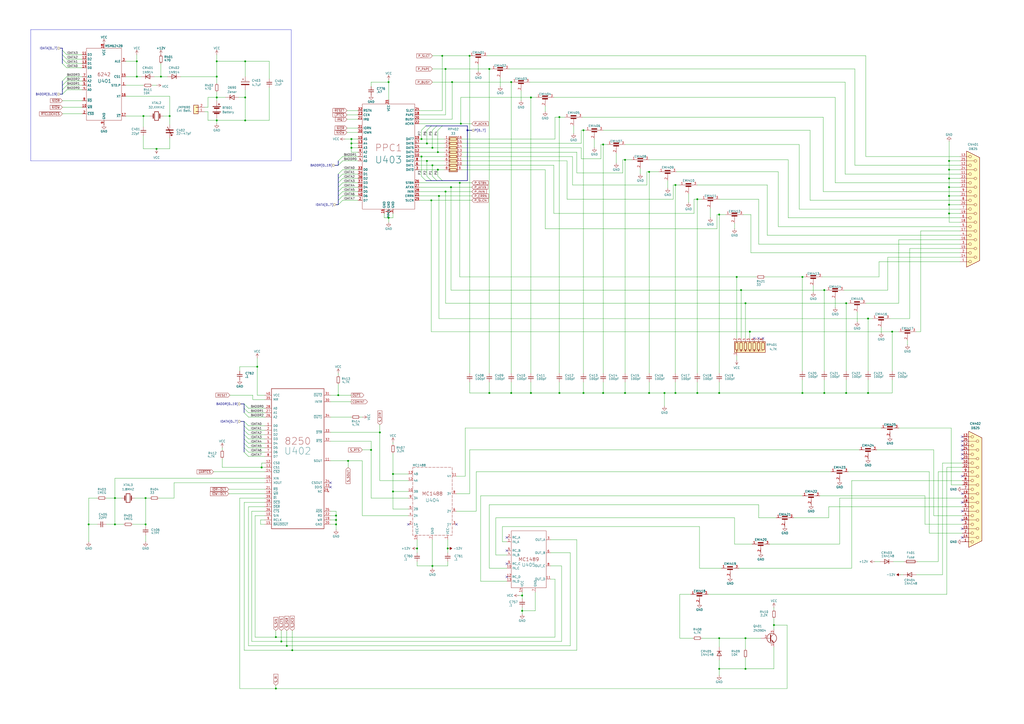
<source format=kicad_sch>
(kicad_sch (version 20231120) (generator "eeschema") (generator_version "8.0")
  (paper "A2")
  (title_block (title "Commodore PC10/CA") (rev "C") (comment 1 "312626") (comment 2 "PRINTER / SERIAL"))
  (junction (at 338.455 75.565))
  (junction (at 376.555 99.695))
  (junction (at 283.845 40.005))
  (junction (at 427.355 160.655))
  (junction (at 550.545 98.425))
  (junction (at 160.02 369.57))
  (junction (at 267.335 71.755))
  (junction (at 550.545 123.825))
  (junction (at 465.455 227.965))
  (junction (at 244.475 90.805))
  (junction (at 550.545 118.745))
  (junction (at 478.155 168.275))
  (junction (at 417.195 227.965))
  (junction (at 517.525 192.405))
  (junction (at 250.825 85.725))
  (junction (at 93.345 44.45))
  (junction (at 203.835 85.725))
  (junction (at 432.435 175.895))
  (junction (at 203.835 83.185))
  (junction (at 391.795 227.965))
  (junction (at 417.195 124.46))
  (junction (at 262.255 47.625))
  (junction (at 84.455 288.925))
  (junction (at 338.455 227.965))
  (junction (at 550.545 93.345))
  (junction (at 83.185 67.31))
  (junction (at 258.445 111.125))
  (junction (at 125.73 56.515))
  (junction (at 432.435 370.205))
  (junction (at 227.965 285.115))
  (junction (at 362.585 227.965))
  (junction (at 429.895 168.275))
  (junction (at 163.195 372.11))
  (junction (at 215.265 260.985))
  (junction (at 349.885 83.82))
  (junction (at 490.855 175.895))
  (junction (at 349.885 227.965))
  (junction (at 307.975 56.515))
  (junction (at 250.825 95.885))
  (junction (at 432.435 387.985))
  (junction (at 51.435 304.165))
  (junction (at 302.895 345.44))
  (junction (at 404.495 227.965))
  (junction (at 271.145 75.565))
  (junction (at 84.455 304.165))
  (junction (at 98.425 67.31))
  (junction (at 227.965 274.955))
  (junction (at 250.825 328.295))
  (junction (at 283.845 227.965))
  (junction (at 247.65 93.345))
  (junction (at 550.545 113.665))
  (junction (at 404.495 115.57))
  (junction (at 241.935 318.135))
  (junction (at 324.485 67.945))
  (junction (at 490.855 227.965))
  (junction (at 302.895 354.33))
  (junction (at 296.545 227.965))
  (junction (at 385.445 227.965))
  (junction (at 142.24 35.56))
  (junction (at 194.945 299.085))
  (junction (at 296.545 47.625))
  (junction (at 142.24 56.515))
  (junction (at 376.555 227.965))
  (junction (at 160.02 399.415))
  (junction (at 203.835 80.645))
  (junction (at 247.65 83.185))
  (junction (at 258.445 40.005))
  (junction (at 125.73 44.45))
  (junction (at 261.62 108.585))
  (junction (at 254 88.265))
  (junction (at 324.485 227.965))
  (junction (at 166.37 374.65))
  (junction (at 149.225 212.725))
  (junction (at 196.215 229.235))
  (junction (at 220.345 250.825))
  (junction (at 79.375 35.56))
  (junction (at 266.7 106.045))
  (junction (at 503.555 184.785))
  (junction (at 478.155 227.965))
  (junction (at 362.585 92.71))
  (junction (at 244.475 80.645))
  (junction (at 307.975 227.965))
  (junction (at 259.715 318.135))
  (junction (at 225.425 126.365))
  (junction (at 448.945 362.585))
  (junction (at 256.54 32.385))
  (junction (at 79.375 44.45))
  (junction (at 550.545 108.585))
  (junction (at 550.545 103.505))
  (junction (at 254.635 113.665))
  (junction (at 125.73 35.56))
  (junction (at 434.975 192.405))
  (junction (at 201.93 267.335))
  (junction (at 66.675 288.925))
  (junction (at 194.945 301.625))
  (junction (at 225.425 47.625))
  (junction (at 465.455 160.655))
  (junction (at 503.555 227.965))
  (junction (at 151.765 271.145))
  (junction (at 250.19 116.205))
  (junction (at 90.805 86.36))
  (junction (at 254 98.425))
  (junction (at 417.195 387.985))
  (junction (at 391.795 107.315))
  (junction (at 142.24 69.85))
  (junction (at 272.415 32.385))
  (junction (at 194.945 304.165))
  (junction (at 66.675 304.165))
  (junction (at 125.73 69.85))
  (junction (at 169.545 377.19))
  (junction (at 417.195 370.205))
  (no_connect (at 191.77 282.575))
  (no_connect (at 558.165 255.905))
  (no_connect (at 558.165 306.705))
  (no_connect (at 294.005 311.785))
  (no_connect (at 558.165 266.065))
  (no_connect (at 440.055 196.215))
  (no_connect (at 558.165 253.365))
  (no_connect (at 558.165 291.465))
  (no_connect (at 437.515 196.215))
  (no_connect (at 558.165 260.985))
  (no_connect (at 558.165 276.225))
  (no_connect (at 558.165 258.445))
  (no_connect (at 191.77 280.035))
  (no_connect (at 294.005 319.405))
  (no_connect (at 558.165 296.545))
  (no_connect (at 236.855 304.165))
  (no_connect (at 558.165 263.525))
  (no_connect (at 442.595 196.215))
  (no_connect (at 294.005 327.025))
  (no_connect (at 558.165 301.625))
  (no_connect (at 558.165 286.385))
  (no_connect (at 294.005 334.645))
  (no_connect (at 558.165 311.785))
  (no_connect (at 264.795 304.165))
  (bus_entry (at 141.605 254.635) (size 2.54 2.54))
  (bus_entry (at 36.195 54.61) (size 2.54 -2.54))
  (bus_entry (at 141.605 247.015) (size 2.54 2.54))
  (bus_entry (at 196.215 111.125) (size 2.54 -2.54))
  (bus_entry (at 141.605 236.855) (size 2.54 2.54))
  (bus_entry (at 141.605 234.315) (size 2.54 2.54))
  (bus_entry (at 250.825 75.565) (size 2.54 -2.54))
  (bus_entry (at 247.65 102.235) (size 2.54 2.54))
  (bus_entry (at 196.215 106.045) (size 2.54 -2.54))
  (bus_entry (at 36.195 34.29) (size 2.54 2.54))
  (bus_entry (at 244.475 75.565) (size 2.54 -2.54))
  (bus_entry (at 141.605 252.095) (size 2.54 2.54))
  (bus_entry (at 247.65 75.565) (size 2.54 -2.54))
  (bus_entry (at 196.215 95.885) (size 2.54 -2.54))
  (bus_entry (at 36.195 49.53) (size 2.54 -2.54))
  (bus_entry (at 196.215 100.965) (size 2.54 -2.54))
  (bus_entry (at 196.215 103.505) (size 2.54 -2.54))
  (bus_entry (at 254 102.235) (size 2.54 2.54))
  (bus_entry (at 141.605 262.255) (size 2.54 2.54))
  (bus_entry (at 196.215 108.585) (size 2.54 -2.54))
  (bus_entry (at 141.605 249.555) (size 2.54 2.54))
  (bus_entry (at 196.215 116.205) (size 2.54 -2.54))
  (bus_entry (at 244.475 102.235) (size 2.54 2.54))
  (bus_entry (at 141.605 259.715) (size 2.54 2.54))
  (bus_entry (at 141.605 244.475) (size 2.54 2.54))
  (bus_entry (at 36.195 36.83) (size 2.54 2.54))
  (bus_entry (at 196.215 93.345) (size 2.54 -2.54))
  (bus_entry (at 36.195 52.07) (size 2.54 -2.54))
  (bus_entry (at 250.825 102.235) (size 2.54 2.54))
  (bus_entry (at 36.195 29.21) (size 2.54 2.54))
  (bus_entry (at 196.215 118.745) (size 2.54 -2.54))
  (bus_entry (at 141.605 239.395) (size 2.54 2.54))
  (bus_entry (at 36.195 46.99) (size 2.54 -2.54))
  (bus_entry (at 196.215 113.665) (size 2.54 -2.54))
  (bus_entry (at 36.195 31.75) (size 2.54 2.54))
  (bus_entry (at 141.605 257.175) (size 2.54 2.54))
  (bus_entry (at 254 75.565) (size 2.54 -2.54))
  (wire (pts (xy 307.975 227.965) (xy 324.485 227.965)))
  (wire (pts (xy 267.97 88.265) (xy 334.645 88.265)))
  (bus (pts (xy 36.195 27.94) (xy 34.925 27.94)))
  (wire (pts (xy 269.875 276.225) (xy 264.795 276.225)))
  (wire (pts (xy 128.905 259.715) (xy 128.905 260.985)))
  (bus (pts (xy 36.195 49.53) (xy 36.195 52.07)))
  (wire (pts (xy 484.505 106.045) (xy 556.895 106.045)))
  (wire (pts (xy 236.855 295.275) (xy 227.965 295.275)))
  (wire (pts (xy 410.845 344.805) (xy 549.275 344.805)))
  (wire (pts (xy 222.885 126.365) (xy 225.425 126.365)))
  (wire (pts (xy 404.495 107.315) (xy 445.135 107.315)))
  (wire (pts (xy 494.03 278.765) (xy 558.165 278.765)))
  (bus (pts (xy 196.215 106.045) (xy 196.215 108.585)))
  (wire (pts (xy 517.525 192.405) (xy 517.525 215.265)))
  (wire (pts (xy 250.825 40.005) (xy 258.445 40.005)))
  (wire (pts (xy 558.165 281.305) (xy 551.815 281.305)))
  (wire (pts (xy 144.145 252.095) (xy 153.67 252.095)))
  (wire (pts (xy 267.335 71.755) (xy 267.335 56.515)))
  (wire (pts (xy 201.295 69.215) (xy 207.645 69.215)))
  (wire (pts (xy 481.965 273.685) (xy 276.225 273.685)))
  (wire (pts (xy 417.195 387.985) (xy 432.435 387.985)))
  (wire (pts (xy 207.645 88.265) (xy 203.835 88.265)))
  (bus (pts (xy 194.945 118.745) (xy 196.215 118.745)))
  (wire (pts (xy 503.555 227.965) (xy 517.525 227.965)))
  (wire (pts (xy 558.165 294.005) (xy 480.695 294.005)))
  (wire (pts (xy 337.185 75.565) (xy 338.455 75.565)))
  (wire (pts (xy 243.205 113.665) (xy 254.635 113.665)))
  (wire (pts (xy 254 75.565) (xy 254 88.265)))
  (wire (pts (xy 319.405 313.055) (xy 334.645 313.055)))
  (wire (pts (xy 100.965 280.035) (xy 153.67 280.035)))
  (wire (pts (xy 241.935 328.295) (xy 250.825 328.295)))
  (wire (pts (xy 334.645 377.19) (xy 169.545 377.19)))
  (wire (pts (xy 362.585 92.71) (xy 362.585 216.535)))
  (wire (pts (xy 550.545 108.585) (xy 556.895 108.585)))
  (wire (pts (xy 316.23 132.715) (xy 415.925 132.715)))
  (wire (pts (xy 250.825 32.385) (xy 256.54 32.385)))
  (bus (pts (xy 36.195 34.29) (xy 36.195 36.83)))
  (wire (pts (xy 361.315 92.71) (xy 362.585 92.71)))
  (wire (pts (xy 83.185 86.36) (xy 90.805 86.36)))
  (wire (pts (xy 415.925 132.715) (xy 415.925 124.46)))
  (wire (pts (xy 153.67 296.545) (xy 146.05 296.545)))
  (wire (pts (xy 215.265 255.905) (xy 191.77 255.905)))
  (wire (pts (xy 73.025 44.45) (xy 79.375 44.45)))
  (wire (pts (xy 128.905 271.145) (xy 128.905 266.065)))
  (wire (pts (xy 243.205 71.755) (xy 267.335 71.755)))
  (wire (pts (xy 531.495 192.405) (xy 534.035 192.405)))
  (wire (pts (xy 294.005 314.325) (xy 291.465 314.325)))
  (wire (pts (xy 210.185 299.085) (xy 236.855 299.085)))
  (wire (pts (xy 66.675 288.925) (xy 66.675 304.165)))
  (wire (pts (xy 76.835 304.165) (xy 84.455 304.165)))
  (wire (pts (xy 243.205 111.125) (xy 258.445 111.125)))
  (wire (pts (xy 144.145 254.635) (xy 153.67 254.635)))
  (wire (pts (xy 550.545 123.825) (xy 550.545 118.745)))
  (wire (pts (xy 132.715 283.845) (xy 153.67 283.845)))
  (wire (pts (xy 133.35 229.235) (xy 146.685 229.235)))
  (wire (pts (xy 90.805 86.36) (xy 98.425 86.36)))
  (wire (pts (xy 125.73 35.56) (xy 142.24 35.56)))
  (wire (pts (xy 509.905 160.655) (xy 509.905 151.765)))
  (wire (pts (xy 198.755 103.505) (xy 207.645 103.505)))
  (wire (pts (xy 267.97 83.185) (xy 337.185 83.185)))
  (wire (pts (xy 524.51 325.755) (xy 518.16 325.755)))
  (wire (pts (xy 227.965 285.115) (xy 227.965 274.955)))
  (wire (pts (xy 316.23 98.425) (xy 316.23 132.715)))
  (wire (pts (xy 392.43 99.695) (xy 451.485 99.695)))
  (wire (pts (xy 153.67 294.005) (xy 144.145 294.005)))
  (wire (pts (xy 194.945 301.625) (xy 194.945 304.165)))
  (wire (pts (xy 521.335 175.895) (xy 521.335 139.065)))
  (wire (pts (xy 296.545 47.625) (xy 296.545 216.535)))
  (wire (pts (xy 243.205 85.725) (xy 250.825 85.725)))
  (wire (pts (xy 256.54 64.135) (xy 256.54 32.385)))
  (wire (pts (xy 296.545 47.625) (xy 297.18 47.625)))
  (wire (pts (xy 435.61 124.46) (xy 435.61 146.685)))
  (wire (pts (xy 144.145 264.795) (xy 153.67 264.795)))
  (wire (pts (xy 151.765 268.605) (xy 151.765 271.145)))
  (wire (pts (xy 66.675 277.495) (xy 153.67 277.495)))
  (wire (pts (xy 503.555 220.345) (xy 503.555 227.965)))
  (wire (pts (xy 349.885 227.965) (xy 362.585 227.965)))
  (wire (pts (xy 338.455 75.565) (xy 338.455 216.535)))
  (wire (pts (xy 489.585 168.275) (xy 514.985 168.275)))
  (wire (pts (xy 332.105 90.805) (xy 332.105 107.315)))
  (wire (pts (xy 443.865 160.655) (xy 465.455 160.655)))
  (wire (pts (xy 78.105 288.925) (xy 84.455 288.925)))
  (wire (pts (xy 445.135 107.315) (xy 445.135 136.525)))
  (wire (pts (xy 198.755 108.585) (xy 207.645 108.585)))
  (wire (pts (xy 146.05 296.545) (xy 146.05 372.11)))
  (wire (pts (xy 153.67 268.605) (xy 151.765 268.605)))
  (wire (pts (xy 394.335 344.805) (xy 400.685 344.805)))
  (wire (pts (xy 191.77 241.935) (xy 203.835 241.935)))
  (wire (pts (xy 394.335 370.205) (xy 394.335 344.805)))
  (wire (pts (xy 429.895 168.275) (xy 478.155 168.275)))
  (wire (pts (xy 321.31 56.515) (xy 484.505 56.515)))
  (wire (pts (xy 456.565 399.415) (xy 456.565 362.585)))
  (wire (pts (xy 144.145 374.65) (xy 166.37 374.65)))
  (wire (pts (xy 254 98.425) (xy 254 102.235)))
  (wire (pts (xy 321.31 123.825) (xy 402.59 123.825)))
  (wire (pts (xy 276.225 296.545) (xy 264.795 296.545)))
  (wire (pts (xy 465.455 160.655) (xy 466.725 160.655)))
  (wire (pts (xy 487.045 315.595) (xy 446.405 315.595)))
  (wire (pts (xy 541.655 299.085) (xy 541.655 260.985)))
  (wire (pts (xy 283.845 221.615) (xy 283.845 227.965)))
  (wire (pts (xy 142.24 35.56) (xy 142.24 44.45)))
  (wire (pts (xy 490.855 175.895) (xy 492.125 175.895)))
  (wire (pts (xy 146.685 229.235) (xy 146.685 231.775)))
  (wire (pts (xy 38.735 46.99) (xy 47.625 46.99)))
  (wire (pts (xy 191.77 304.165) (xy 194.945 304.165)))
  (wire (pts (xy 227.965 274.955) (xy 227.965 262.89)))
  (wire (pts (xy 220.345 246.38) (xy 220.345 250.825)))
  (wire (pts (xy 73.025 35.56) (xy 79.375 35.56)))
  (wire (pts (xy 243.205 95.885) (xy 250.825 95.885)))
  (wire (pts (xy 432.435 370.205) (xy 432.435 376.555)))
  (wire (pts (xy 385.445 227.965) (xy 385.445 235.585)))
  (wire (pts (xy 220.345 278.765) (xy 236.855 278.765)))
  (wire (pts (xy 334.645 313.055) (xy 334.645 377.19)))
  (wire (pts (xy 399.415 117.475) (xy 399.415 112.395)))
  (wire (pts (xy 66.675 288.925) (xy 70.485 288.925)))
  (wire (pts (xy 527.685 144.145) (xy 556.895 144.145)))
  (bus (pts (xy 196.215 116.205) (xy 196.215 118.745)))
  (wire (pts (xy 544.195 273.685) (xy 544.195 325.755)))
  (wire (pts (xy 194.945 296.545) (xy 194.945 299.085)))
  (wire (pts (xy 247.65 93.345) (xy 247.65 102.235)))
  (bus (pts (xy 194.31 95.885) (xy 196.215 95.885)))
  (wire (pts (xy 84.455 310.515) (xy 84.455 314.325)))
  (wire (pts (xy 490.855 220.345) (xy 490.855 227.965)))
  (bus (pts (xy 196.215 113.665) (xy 196.215 116.205)))
  (wire (pts (xy 118.745 64.77) (xy 120.65 64.77)))
  (wire (pts (xy 401.955 370.205) (xy 394.335 370.205)))
  (wire (pts (xy 300.99 345.44) (xy 302.895 345.44)))
  (wire (pts (xy 38.735 52.07) (xy 47.625 52.07)))
  (wire (pts (xy 536.575 304.165) (xy 536.575 287.655)))
  (wire (pts (xy 262.255 69.215) (xy 262.255 47.625)))
  (wire (pts (xy 558.165 309.245) (xy 539.115 309.245)))
  (wire (pts (xy 258.445 111.125) (xy 273.685 111.125)))
  (wire (pts (xy 38.735 36.83) (xy 47.625 36.83)))
  (wire (pts (xy 66.675 304.165) (xy 71.755 304.165)))
  (wire (pts (xy 203.835 88.265) (xy 203.835 85.725)))
  (wire (pts (xy 375.285 99.695) (xy 376.555 99.695)))
  (wire (pts (xy 269.875 248.285) (xy 269.875 276.225)))
  (wire (pts (xy 362.585 92.71) (xy 366.395 92.71)))
  (wire (pts (xy 517.525 192.405) (xy 521.335 192.405)))
  (wire (pts (xy 138.43 56.515) (xy 142.24 56.515)))
  (wire (pts (xy 404.495 221.615) (xy 404.495 227.965)))
  (wire (pts (xy 478.155 227.965) (xy 490.855 227.965)))
  (wire (pts (xy 550.545 108.585) (xy 550.545 103.505)))
  (wire (pts (xy 93.345 44.45) (xy 97.155 44.45)))
  (wire (pts (xy 334.645 100.33) (xy 361.315 100.33)))
  (wire (pts (xy 98.425 80.01) (xy 98.425 86.36)))
  (wire (pts (xy 349.885 83.82) (xy 349.885 216.535)))
  (wire (pts (xy 324.485 67.945) (xy 324.485 216.535)))
  (wire (pts (xy 144.145 294.005) (xy 144.145 374.65)))
  (bus (pts (xy 196.215 108.585) (xy 196.215 111.125)))
  (wire (pts (xy 448.945 387.985) (xy 432.435 387.985)))
  (wire (pts (xy 307.34 47.625) (xy 490.22 47.625)))
  (wire (pts (xy 484.505 56.515) (xy 484.505 106.045)))
  (wire (pts (xy 169.545 377.19) (xy 141.605 377.19)))
  (wire (pts (xy 144.145 241.935) (xy 153.67 241.935)))
  (wire (pts (xy 272.415 221.615) (xy 272.415 227.965)))
  (wire (pts (xy 440.055 141.605) (xy 556.895 141.605)))
  (wire (pts (xy 247.65 75.565) (xy 247.65 83.185)))
  (wire (pts (xy 146.05 372.11) (xy 163.195 372.11)))
  (wire (pts (xy 201.93 267.335) (xy 210.185 267.335)))
  (wire (pts (xy 160.02 397.51) (xy 160.02 399.415)))
  (wire (pts (xy 550.545 93.345) (xy 550.545 81.915)))
  (wire (pts (xy 544.195 273.685) (xy 558.165 273.685)))
  (wire (pts (xy 328.93 93.345) (xy 328.93 115.57)))
  (wire (pts (xy 203.835 85.725) (xy 203.835 83.185)))
  (wire (pts (xy 307.975 56.515) (xy 307.975 216.535)))
  (wire (pts (xy 487.045 288.925) (xy 487.045 315.595)))
  (wire (pts (xy 36.195 58.42) (xy 47.625 58.42)))
  (wire (pts (xy 266.7 160.655) (xy 266.7 106.045)))
  (wire (pts (xy 250.825 95.885) (xy 250.825 102.235)))
  (wire (pts (xy 290.195 50.165) (xy 290.195 45.085)))
  (wire (pts (xy 203.835 83.185) (xy 203.835 80.645)))
  (wire (pts (xy 267.97 80.645) (xy 321.945 80.645)))
  (wire (pts (xy 376.555 227.965) (xy 385.445 227.965)))
  (bus (pts (xy 196.215 93.345) (xy 196.215 95.885)))
  (bus (pts (xy 34.925 54.61) (xy 36.195 54.61)))
  (wire (pts (xy 283.845 40.005) (xy 285.115 40.005)))
  (wire (pts (xy 417.195 382.905) (xy 417.195 387.985)))
  (wire (pts (xy 510.54 325.755) (xy 507.365 325.755)))
  (wire (pts (xy 494.03 329.565) (xy 494.03 278.765)))
  (wire (pts (xy 267.97 90.805) (xy 332.105 90.805)))
  (wire (pts (xy 141.605 291.465) (xy 153.67 291.465)))
  (wire (pts (xy 139.065 212.725) (xy 149.225 212.725)))
  (wire (pts (xy 276.225 273.685) (xy 276.225 296.545)))
  (wire (pts (xy 156.21 35.56) (xy 156.21 45.72)))
  (wire (pts (xy 302.26 58.42) (xy 302.26 52.705)))
  (wire (pts (xy 256.54 32.385) (xy 272.415 32.385)))
  (wire (pts (xy 247.65 93.345) (xy 257.81 93.345)))
  (wire (pts (xy 73.025 55.88) (xy 98.425 55.88)))
  (wire (pts (xy 225.425 47.625) (xy 225.425 57.785)))
  (wire (pts (xy 98.425 55.88) (xy 98.425 67.31)))
  (wire (pts (xy 362.585 221.615) (xy 362.585 227.965)))
  (bus (pts (xy 253.365 104.775) (xy 256.54 104.775)))
  (wire (pts (xy 390.525 107.315) (xy 391.795 107.315)))
  (wire (pts (xy 210.185 267.335) (xy 210.185 299.085)))
  (wire (pts (xy 38.735 34.29) (xy 47.625 34.29)))
  (wire (pts (xy 254 98.425) (xy 257.81 98.425)))
  (wire (pts (xy 391.795 221.615) (xy 391.795 227.965)))
  (wire (pts (xy 391.795 107.315) (xy 394.335 107.315)))
  (wire (pts (xy 294.005 329.565) (xy 283.845 329.565)))
  (wire (pts (xy 144.145 257.175) (xy 153.67 257.175)))
  (wire (pts (xy 191.77 299.085) (xy 194.945 299.085)))
  (wire (pts (xy 550.545 113.665) (xy 550.545 108.585)))
  (wire (pts (xy 267.97 98.425) (xy 316.23 98.425)))
  (wire (pts (xy 338.455 227.965) (xy 349.885 227.965)))
  (wire (pts (xy 357.505 94.615) (xy 357.505 88.9)))
  (wire (pts (xy 250.825 75.565) (xy 250.825 85.725)))
  (wire (pts (xy 361.315 100.33) (xy 361.315 92.71)))
  (wire (pts (xy 151.13 304.165) (xy 151.13 301.625)))
  (wire (pts (xy 558.165 288.925) (xy 487.045 288.925)))
  (wire (pts (xy 90.805 49.53) (xy 88.265 49.53)))
  (wire (pts (xy 147.955 299.085) (xy 153.67 299.085)))
  (wire (pts (xy 243.205 98.425) (xy 254 98.425)))
  (wire (pts (xy 321.945 335.915) (xy 321.945 369.57)))
  (wire (pts (xy 451.485 131.445) (xy 556.895 131.445)))
  (wire (pts (xy 328.93 115.57) (xy 390.525 115.57)))
  (wire (pts (xy 196.215 229.235) (xy 196.215 222.885)))
  (bus (pts (xy 36.195 29.21) (xy 36.195 31.75)))
  (wire (pts (xy 139.065 288.925) (xy 139.065 399.415)))
  (wire (pts (xy 471.805 165.735) (xy 471.805 169.545)))
  (wire (pts (xy 283.845 292.735) (xy 440.055 292.735)))
  (wire (pts (xy 490.855 227.965) (xy 503.555 227.965)))
  (wire (pts (xy 153.67 271.145) (xy 151.765 271.145)))
  (wire (pts (xy 426.085 315.595) (xy 436.245 315.595)))
  (wire (pts (xy 142.24 56.515) (xy 142.24 69.85)))
  (wire (pts (xy 402.59 123.825) (xy 402.59 115.57)))
  (wire (pts (xy 261.62 108.585) (xy 261.62 168.275)))
  (wire (pts (xy 141.605 377.19) (xy 141.605 291.465)))
  (wire (pts (xy 498.475 260.985) (xy 272.415 260.985)))
  (wire (pts (xy 227.965 256.54) (xy 227.965 257.81)))
  (wire (pts (xy 79.375 35.56) (xy 79.375 44.45)))
  (wire (pts (xy 277.495 37.465) (xy 277.495 41.275)))
  (wire (pts (xy 391.795 216.535) (xy 391.795 107.315)))
  (wire (pts (xy 254 88.265) (xy 257.81 88.265)))
  (wire (pts (xy 84.455 304.165) (xy 84.455 305.435)))
  (wire (pts (xy 417.195 227.965) (xy 465.455 227.965)))
  (wire (pts (xy 349.885 83.82) (xy 352.425 83.82)))
  (wire (pts (xy 337.185 83.185) (xy 337.185 75.565)))
  (bus (pts (xy 36.195 46.99) (xy 36.195 49.53)))
  (bus (pts (xy 141.605 244.475) (xy 141.605 247.015)))
  (bus (pts (xy 247.015 104.775) (xy 250.19 104.775)))
  (wire (pts (xy 266.7 106.045) (xy 243.205 106.045)))
  (wire (pts (xy 432.435 370.205) (xy 441.325 370.205)))
  (wire (pts (xy 404.495 227.965) (xy 417.195 227.965)))
  (wire (pts (xy 36.195 66.04) (xy 47.625 66.04)))
  (bus (pts (xy 36.195 31.75) (xy 36.195 34.29)))
  (wire (pts (xy 338.455 75.565) (xy 339.725 75.565)))
  (wire (pts (xy 243.205 64.135) (xy 256.54 64.135)))
  (wire (pts (xy 417.195 387.985) (xy 417.195 391.795)))
  (bus (pts (xy 256.54 73.025) (xy 271.145 73.025)))
  (wire (pts (xy 310.515 343.535) (xy 310.515 354.33)))
  (wire (pts (xy 502.285 175.895) (xy 521.335 175.895)))
  (wire (pts (xy 348.615 83.82) (xy 349.885 83.82)))
  (wire (pts (xy 405.765 329.565) (xy 418.465 329.565)))
  (wire (pts (xy 266.7 160.655) (xy 427.355 160.655)))
  (wire (pts (xy 463.55 83.82) (xy 463.55 121.285)))
  (wire (pts (xy 147.955 369.57) (xy 147.955 299.085)))
  (wire (pts (xy 241.935 325.755) (xy 241.935 328.295)))
  (wire (pts (xy 509.905 151.765) (xy 556.895 151.765)))
  (wire (pts (xy 431.165 124.46) (xy 435.61 124.46)))
  (wire (pts (xy 362.585 227.965) (xy 376.555 227.965)))
  (wire (pts (xy 445.135 136.525) (xy 556.895 136.525)))
  (wire (pts (xy 539.115 309.245) (xy 539.115 273.685)))
  (wire (pts (xy 310.515 354.33) (xy 302.895 354.33)))
  (wire (pts (xy 551.815 248.285) (xy 551.815 281.305)))
  (wire (pts (xy 203.835 80.645) (xy 207.645 80.645)))
  (wire (pts (xy 550.545 98.425) (xy 550.545 93.345)))
  (wire (pts (xy 243.205 90.805) (xy 244.475 90.805)))
  (wire (pts (xy 254.635 113.665) (xy 254.635 184.785)))
  (wire (pts (xy 125.73 69.85) (xy 125.73 68.58)))
  (wire (pts (xy 225.425 126.365) (xy 225.425 128.905)))
  (wire (pts (xy 434.975 192.405) (xy 517.525 192.405)))
  (wire (pts (xy 203.835 85.725) (xy 207.645 85.725)))
  (wire (pts (xy 319.405 335.915) (xy 321.945 335.915)))
  (wire (pts (xy 272.415 286.385) (xy 264.795 286.385)))
  (wire (pts (xy 448.945 358.775) (xy 448.945 362.585)))
  (wire (pts (xy 283.845 40.005) (xy 283.845 216.535)))
  (wire (pts (xy 295.275 40.005) (xy 495.935 40.005)))
  (wire (pts (xy 215.265 260.985) (xy 215.265 255.905)))
  (wire (pts (xy 417.195 221.615) (xy 417.195 227.965)))
  (wire (pts (xy 337.82 67.945) (xy 477.52 67.945)))
  (wire (pts (xy 258.445 40.005) (xy 283.845 40.005)))
  (wire (pts (xy 435.61 146.685) (xy 556.895 146.685)))
  (wire (pts (xy 84.455 288.925) (xy 84.455 304.165)))
  (wire (pts (xy 201.295 74.295) (xy 207.645 74.295)))
  (wire (pts (xy 243.205 93.345) (xy 247.65 93.345)))
  (bus (pts (xy 141.605 249.555) (xy 141.605 252.095)))
  (wire (pts (xy 534.035 192.405) (xy 534.035 133.985)))
  (wire (pts (xy 523.875 333.375) (xy 522.605 333.375)))
  (wire (pts (xy 291.465 305.435) (xy 405.765 305.435)))
  (bus (pts (xy 141.605 252.095) (xy 141.605 254.635)))
  (wire (pts (xy 440.055 292.735) (xy 440.055 300.355)))
  (wire (pts (xy 495.935 40.005) (xy 495.935 95.885)))
  (wire (pts (xy 536.575 287.655) (xy 475.615 287.655)))
  (wire (pts (xy 349.885 221.615) (xy 349.885 227.965)))
  (wire (pts (xy 194.945 304.165) (xy 194.945 307.34)))
  (wire (pts (xy 338.455 221.615) (xy 338.455 227.965)))
  (wire (pts (xy 321.31 95.885) (xy 321.31 123.825)))
  (wire (pts (xy 163.195 372.11) (xy 325.755 372.11)))
  (wire (pts (xy 385.445 227.965) (xy 391.795 227.965)))
  (bus (pts (xy 256.54 104.775) (xy 271.145 104.775)))
  (wire (pts (xy 448.945 362.585) (xy 448.945 365.125)))
  (wire (pts (xy 236.855 288.925) (xy 215.265 288.925)))
  (wire (pts (xy 118.745 62.23) (xy 120.65 62.23)))
  (wire (pts (xy 514.985 168.275) (xy 514.985 149.225)))
  (wire (pts (xy 38.735 49.53) (xy 47.625 49.53)))
  (wire (pts (xy 302.895 352.425) (xy 302.895 354.33)))
  (wire (pts (xy 250.825 85.725) (xy 257.81 85.725)))
  (bus (pts (xy 36.195 29.21) (xy 36.195 27.94)))
  (wire (pts (xy 61.595 288.925) (xy 66.675 288.925)))
  (wire (pts (xy 241.935 313.055) (xy 241.935 318.135)))
  (wire (pts (xy 321.945 369.57) (xy 160.02 369.57)))
  (wire (pts (xy 73.025 67.31) (xy 83.185 67.31)))
  (wire (pts (xy 490.855 175.895) (xy 490.855 215.265)))
  (wire (pts (xy 517.525 227.965) (xy 517.525 220.345)))
  (wire (pts (xy 198.755 113.665) (xy 207.645 113.665)))
  (wire (pts (xy 550.545 93.345) (xy 556.895 93.345)))
  (wire (pts (xy 503.555 184.785) (xy 506.095 184.785)))
  (wire (pts (xy 79.375 44.45) (xy 81.915 44.45)))
  (wire (pts (xy 497.205 186.69) (xy 497.205 180.975)))
  (wire (pts (xy 532.13 325.755) (xy 544.195 325.755)))
  (bus (pts (xy 271.145 104.775) (xy 271.145 75.565)))
  (wire (pts (xy 243.205 69.215) (xy 262.255 69.215)))
  (wire (pts (xy 244.475 80.645) (xy 257.81 80.645)))
  (wire (pts (xy 546.735 333.375) (xy 531.495 333.375)))
  (wire (pts (xy 203.835 233.045) (xy 191.77 233.045)))
  (wire (pts (xy 132.715 286.385) (xy 153.67 286.385)))
  (wire (pts (xy 125.73 44.45) (xy 125.73 48.26)))
  (wire (pts (xy 550.545 123.825) (xy 556.895 123.825)))
  (wire (pts (xy 169.545 365.76) (xy 169.545 377.19)))
  (wire (pts (xy 51.435 304.165) (xy 51.435 314.325)))
  (wire (pts (xy 227.965 274.955) (xy 236.855 274.955)))
  (wire (pts (xy 196.215 216.535) (xy 196.215 217.805)))
  (wire (pts (xy 83.185 67.31) (xy 83.185 73.66)))
  (wire (pts (xy 440.055 115.57) (xy 440.055 141.605)))
  (wire (pts (xy 337.185 85.725) (xy 337.185 92.075)))
  (wire (pts (xy 254.635 184.785) (xy 503.555 184.785)))
  (wire (pts (xy 267.97 95.885) (xy 321.31 95.885)))
  (wire (pts (xy 417.195 115.57) (xy 440.055 115.57)))
  (wire (pts (xy 153.67 304.165) (xy 151.13 304.165)))
  (wire (pts (xy 198.755 100.965) (xy 207.645 100.965)))
  (wire (pts (xy 324.485 227.965) (xy 338.455 227.965)))
  (bus (pts (xy 141.605 254.635) (xy 141.605 257.175)))
  (bus (pts (xy 253.365 73.025) (xy 256.54 73.025)))
  (wire (pts (xy 120.65 64.77) (xy 120.65 69.85)))
  (wire (pts (xy 244.475 75.565) (xy 244.475 80.645)))
  (wire (pts (xy 278.765 287.655) (xy 465.455 287.655)))
  (wire (pts (xy 465.455 160.655) (xy 465.455 215.265)))
  (wire (pts (xy 210.185 241.935) (xy 208.915 241.935)))
  (wire (pts (xy 250.825 328.295) (xy 250.825 329.565)))
  (wire (pts (xy 272.415 227.965) (xy 283.845 227.965)))
  (wire (pts (xy 495.935 95.885) (xy 556.895 95.885)))
  (wire (pts (xy 198.755 98.425) (xy 207.645 98.425)))
  (wire (pts (xy 376.555 221.615) (xy 376.555 227.965)))
  (bus (pts (xy 141.605 234.315) (xy 141.605 236.855)))
  (wire (pts (xy 215.265 50.165) (xy 215.265 47.625)))
  (wire (pts (xy 550.545 103.505) (xy 556.895 103.505)))
  (wire (pts (xy 120.65 62.23) (xy 120.65 56.515)))
  (wire (pts (xy 272.415 32.385) (xy 272.415 216.535)))
  (wire (pts (xy 201.295 76.835) (xy 207.645 76.835)))
  (wire (pts (xy 546.735 268.605) (xy 546.735 333.375)))
  (wire (pts (xy 291.465 314.325) (xy 291.465 305.435)))
  (wire (pts (xy 344.805 85.725) (xy 344.805 80.645)))
  (wire (pts (xy 144.145 239.395) (xy 153.67 239.395)))
  (wire (pts (xy 324.485 67.945) (xy 327.66 67.945)))
  (wire (pts (xy 104.775 44.45) (xy 125.73 44.45)))
  (wire (pts (xy 337.185 92.075) (xy 348.615 92.075)))
  (wire (pts (xy 502.285 90.805) (xy 556.895 90.805)))
  (bus (pts (xy 271.145 75.565) (xy 273.685 75.565)))
  (wire (pts (xy 417.195 370.205) (xy 417.195 375.285)))
  (wire (pts (xy 511.175 248.285) (xy 269.875 248.285)))
  (wire (pts (xy 125.73 35.56) (xy 125.73 31.75)))
  (wire (pts (xy 267.335 56.515) (xy 307.975 56.515)))
  (wire (pts (xy 196.215 229.235) (xy 191.77 229.235)))
  (wire (pts (xy 201.93 267.335) (xy 201.93 271.145)))
  (wire (pts (xy 348.615 92.075) (xy 348.615 83.82)))
  (wire (pts (xy 61.595 304.165) (xy 66.675 304.165)))
  (bus (pts (xy 139.7 234.315) (xy 141.605 234.315)))
  (bus (pts (xy 196.215 100.965) (xy 196.215 103.505)))
  (wire (pts (xy 511.175 193.04) (xy 511.175 189.865)))
  (wire (pts (xy 490.22 47.625) (xy 490.22 100.965)))
  (wire (pts (xy 412.115 126.365) (xy 412.115 120.65)))
  (wire (pts (xy 302.895 354.33) (xy 302.895 356.235)))
  (wire (pts (xy 325.755 328.295) (xy 319.405 328.295)))
  (wire (pts (xy 376.555 99.695) (xy 382.27 99.695)))
  (wire (pts (xy 73.025 49.53) (xy 83.185 49.53)))
  (wire (pts (xy 84.455 288.925) (xy 86.995 288.925)))
  (wire (pts (xy 294.005 321.945) (xy 287.655 321.945)))
  (wire (pts (xy 551.815 248.285) (xy 521.335 248.285)))
  (wire (pts (xy 198.755 93.345) (xy 207.645 93.345)))
  (wire (pts (xy 550.545 118.745) (xy 556.895 118.745)))
  (wire (pts (xy 527.685 184.785) (xy 527.685 144.145)))
  (wire (pts (xy 198.755 116.205) (xy 207.645 116.205)))
  (wire (pts (xy 484.505 173.355) (xy 484.505 178.435)))
  (wire (pts (xy 153.67 288.925) (xy 139.065 288.925)))
  (wire (pts (xy 151.13 301.625) (xy 153.67 301.625)))
  (wire (pts (xy 146.685 231.775) (xy 153.67 231.775)))
  (wire (pts (xy 456.565 362.585) (xy 448.945 362.585)))
  (wire (pts (xy 427.355 208.915) (xy 427.355 206.375)))
  (wire (pts (xy 550.545 118.745) (xy 550.545 113.665)))
  (bus (pts (xy 36.195 52.07) (xy 36.195 54.61)))
  (wire (pts (xy 163.195 365.76) (xy 163.195 372.11)))
  (wire (pts (xy 307.975 221.615) (xy 307.975 227.965)))
  (wire (pts (xy 427.355 160.655) (xy 438.785 160.655)))
  (wire (pts (xy 302.895 343.535) (xy 302.895 345.44)))
  (wire (pts (xy 324.485 221.615) (xy 324.485 227.965)))
  (wire (pts (xy 558.165 304.165) (xy 536.575 304.165)))
  (wire (pts (xy 426.085 132.715) (xy 426.085 129.54)))
  (wire (pts (xy 261.62 108.585) (xy 273.685 108.585)))
  (wire (pts (xy 156.21 50.8) (xy 156.21 69.85)))
  (wire (pts (xy 550.545 98.425) (xy 556.895 98.425)))
  (bus (pts (xy 141.605 247.015) (xy 141.605 249.555)))
  (wire (pts (xy 321.945 80.645) (xy 321.945 67.945)))
  (wire (pts (xy 432.435 387.985) (xy 432.435 381.635)))
  (wire (pts (xy 432.435 175.895) (xy 432.435 196.215)))
  (wire (pts (xy 125.73 56.515) (xy 130.81 56.515)))
  (wire (pts (xy 407.035 370.205) (xy 417.195 370.205)))
  (wire (pts (xy 325.755 372.11) (xy 325.755 328.295)))
  (wire (pts (xy 83.185 78.74) (xy 83.185 86.36)))
  (wire (pts (xy 250.825 95.885) (xy 257.81 95.885)))
  (wire (pts (xy 287.655 321.945) (xy 287.655 300.355)))
  (wire (pts (xy 83.185 67.31) (xy 86.995 67.31)))
  (wire (pts (xy 376.555 92.71) (xy 457.2 92.71)))
  (wire (pts (xy 123.825 273.685) (xy 153.67 273.685)))
  (wire (pts (xy 287.655 300.355) (xy 426.085 300.355)))
  (wire (pts (xy 375.285 107.315) (xy 375.285 99.695)))
  (wire (pts (xy 541.655 260.985) (xy 508.635 260.985)))
  (wire (pts (xy 166.37 365.76) (xy 166.37 374.65)))
  (wire (pts (xy 272.415 260.985) (xy 272.415 286.385)))
  (wire (pts (xy 254.635 113.665) (xy 273.685 113.665)))
  (wire (pts (xy 160.02 365.76) (xy 160.02 369.57)))
  (wire (pts (xy 332.74 77.47) (xy 332.74 73.025)))
  (wire (pts (xy 550.545 103.505) (xy 550.545 98.425)))
  (wire (pts (xy 244.475 90.805) (xy 244.475 102.235)))
  (wire (pts (xy 142.24 35.56) (xy 156.21 35.56)))
  (wire (pts (xy 51.435 288.925) (xy 56.515 288.925)))
  (wire (pts (xy 534.035 133.985) (xy 556.895 133.985)))
  (wire (pts (xy 321.945 67.945) (xy 324.485 67.945)))
  (wire (pts (xy 307.975 56.515) (xy 311.15 56.515)))
  (wire (pts (xy 191.77 301.625) (xy 194.945 301.625)))
  (wire (pts (xy 259.715 318.135) (xy 259.715 320.675)))
  (wire (pts (xy 198.755 111.125) (xy 207.645 111.125)))
  (wire (pts (xy 550.545 128.905) (xy 550.545 123.825)))
  (wire (pts (xy 144.145 236.855) (xy 153.67 236.855)))
  (wire (pts (xy 200.025 80.645) (xy 203.835 80.645)))
  (wire (pts (xy 428.625 329.565) (xy 494.03 329.565)))
  (wire (pts (xy 463.55 121.285) (xy 556.895 121.285)))
  (wire (pts (xy 417.195 124.46) (xy 417.195 216.535)))
  (wire (pts (xy 558.165 299.085) (xy 541.655 299.085)))
  (wire (pts (xy 227.965 295.275) (xy 227.965 285.115)))
  (wire (pts (xy 250.825 328.295) (xy 259.715 328.295)))
  (wire (pts (xy 149.225 212.725) (xy 149.225 229.235)))
  (wire (pts (xy 38.735 44.45) (xy 47.625 44.45)))
  (wire (pts (xy 160.02 399.415) (xy 456.565 399.415)))
  (wire (pts (xy 371.475 100.965) (xy 371.475 97.79)))
  (wire (pts (xy 100.965 288.925) (xy 100.965 280.035)))
  (wire (pts (xy 144.145 247.015) (xy 153.67 247.015)))
  (wire (pts (xy 404.495 115.57) (xy 404.495 216.535)))
  (wire (pts (xy 266.7 106.045) (xy 273.685 106.045)))
  (wire (pts (xy 144.145 262.255) (xy 153.67 262.255)))
  (wire (pts (xy 521.335 139.065) (xy 556.895 139.065)))
  (wire (pts (xy 478.155 220.345) (xy 478.155 227.965)))
  (wire (pts (xy 334.645 88.265) (xy 334.645 100.33)))
  (wire (pts (xy 149.225 229.235) (xy 153.67 229.235)))
  (wire (pts (xy 79.375 31.75) (xy 79.375 35.56)))
  (wire (pts (xy 51.435 304.165) (xy 51.435 288.925)))
  (wire (pts (xy 125.73 44.45) (xy 125.73 35.56)))
  (wire (pts (xy 478.155 168.275) (xy 478.155 215.265)))
  (wire (pts (xy 296.545 221.615) (xy 296.545 227.965)))
  (bus (pts (xy 247.015 73.025) (xy 250.19 73.025)))
  (wire (pts (xy 227.965 285.115) (xy 236.855 285.115)))
  (wire (pts (xy 387.35 109.22) (xy 387.35 104.775)))
  (wire (pts (xy 215.265 47.625) (xy 225.425 47.625)))
  (wire (pts (xy 56.515 304.165) (xy 51.435 304.165)))
  (wire (pts (xy 142.24 52.07) (xy 142.24 56.515)))
  (wire (pts (xy 191.77 267.335) (xy 201.93 267.335)))
  (wire (pts (xy 144.145 249.555) (xy 153.67 249.555)))
  (bus (pts (xy 141.605 259.715) (xy 141.605 262.255)))
  (wire (pts (xy 201.295 64.135) (xy 207.645 64.135)))
  (wire (pts (xy 244.475 90.805) (xy 257.81 90.805)))
  (wire (pts (xy 426.085 300.355) (xy 426.085 315.595)))
  (wire (pts (xy 243.205 80.645) (xy 244.475 80.645)))
  (wire (pts (xy 142.24 69.85) (xy 125.73 69.85)))
  (wire (pts (xy 332.105 107.315) (xy 375.285 107.315)))
  (wire (pts (xy 166.37 374.65) (xy 330.835 374.65)))
  (wire (pts (xy 417.195 370.205) (xy 432.435 370.205)))
  (wire (pts (xy 448.945 375.285) (xy 448.945 387.985)))
  (bus (pts (xy 196.215 103.505) (xy 196.215 106.045)))
  (bus (pts (xy 141.605 236.855) (xy 141.605 239.395)))
  (wire (pts (xy 549.275 344.805) (xy 549.275 271.145)))
  (wire (pts (xy 198.755 90.805) (xy 207.645 90.805)))
  (wire (pts (xy 243.205 88.265) (xy 254 88.265)))
  (wire (pts (xy 225.425 126.365) (xy 227.965 126.365)))
  (wire (pts (xy 556.895 128.905) (xy 550.545 128.905)))
  (wire (pts (xy 415.925 124.46) (xy 417.195 124.46)))
  (wire (pts (xy 259.715 313.055) (xy 259.715 318.135)))
  (wire (pts (xy 391.795 227.965) (xy 404.495 227.965)))
  (wire (pts (xy 477.52 111.125) (xy 556.895 111.125)))
  (wire (pts (xy 243.205 83.185) (xy 247.65 83.185)))
  (wire (pts (xy 294.005 337.185) (xy 278.765 337.185)))
  (wire (pts (xy 160.02 369.57) (xy 147.955 369.57)))
  (wire (pts (xy 92.075 288.925) (xy 100.965 288.925)))
  (wire (pts (xy 457.2 126.365) (xy 556.895 126.365)))
  (wire (pts (xy 349.885 75.565) (xy 469.9 75.565)))
  (wire (pts (xy 128.905 271.145) (xy 151.765 271.145)))
  (wire (pts (xy 283.845 329.565) (xy 283.845 292.735)))
  (wire (pts (xy 144.145 259.715) (xy 153.67 259.715)))
  (wire (pts (xy 139.065 215.265) (xy 139.065 212.725)))
  (wire (pts (xy 227.965 126.365) (xy 227.965 123.825)))
  (bus (pts (xy 196.215 111.125) (xy 196.215 113.665)))
  (wire (pts (xy 241.935 318.135) (xy 241.935 320.675)))
  (wire (pts (xy 203.835 229.235) (xy 196.215 229.235)))
  (wire (pts (xy 38.735 31.75) (xy 47.625 31.75)))
  (wire (pts (xy 514.985 149.225) (xy 556.895 149.225)))
  (wire (pts (xy 222.885 123.825) (xy 222.885 126.365)))
  (wire (pts (xy 125.73 58.42) (xy 125.73 56.515)))
  (wire (pts (xy 316.23 64.77) (xy 316.23 61.595)))
  (wire (pts (xy 480.695 300.355) (xy 460.375 300.355)))
  (wire (pts (xy 198.755 106.045) (xy 207.645 106.045)))
  (wire (pts (xy 429.895 168.275) (xy 429.895 196.215)))
  (bus (pts (xy 141.605 257.175) (xy 141.605 259.715)))
  (wire (pts (xy 390.525 115.57) (xy 390.525 107.315)))
  (wire (pts (xy 36.195 62.23) (xy 47.625 62.23)))
  (wire (pts (xy 243.205 108.585) (xy 261.62 108.585)))
  (wire (pts (xy 250.19 116.205) (xy 250.19 192.405)))
  (wire (pts (xy 191.77 296.545) (xy 194.945 296.545)))
  (wire (pts (xy 267.97 85.725) (xy 337.185 85.725)))
  (wire (pts (xy 225.425 123.825) (xy 225.425 126.365)))
  (wire (pts (xy 448.945 352.425) (xy 448.945 353.695)))
  (wire (pts (xy 490.22 100.965) (xy 556.895 100.965)))
  (wire (pts (xy 243.205 66.675) (xy 258.445 66.675)))
  (wire (pts (xy 451.485 99.695) (xy 451.485 131.445)))
  (wire (pts (xy 93.345 36.83) (xy 93.345 44.45)))
  (wire (pts (xy 539.115 273.685) (xy 492.125 273.685)))
  (wire (pts (xy 215.265 288.925) (xy 215.265 260.985)))
  (wire (pts (xy 120.65 69.85) (xy 125.73 69.85)))
  (wire (pts (xy 125.73 71.755) (xy 125.73 69.85)))
  (wire (pts (xy 282.575 32.385) (xy 502.285 32.385)))
  (bus (pts (xy 250.19 104.775) (xy 253.365 104.775)))
  (wire (pts (xy 250.825 47.625) (xy 262.255 47.625)))
  (wire (pts (xy 427.355 196.215) (xy 427.355 160.655)))
  (wire (pts (xy 376.555 99.695) (xy 376.555 216.535)))
  (wire (pts (xy 502.285 32.385) (xy 502.285 90.805)))
  (bus (pts (xy 250.19 73.025) (xy 253.365 73.025)))
  (wire (pts (xy 480.695 294.005) (xy 480.695 300.355)))
  (wire (pts (xy 405.765 305.435) (xy 405.765 329.565)))
  (wire (pts (xy 38.735 39.37) (xy 47.625 39.37)))
  (wire (pts (xy 220.345 250.825) (xy 220.345 278.765)))
  (wire (pts (xy 440.055 300.355) (xy 450.215 300.355)))
  (wire (pts (xy 330.835 320.675) (xy 319.405 320.675)))
  (wire (pts (xy 258.445 66.675) (xy 258.445 40.005)))
  (wire (pts (xy 261.62 168.275) (xy 429.895 168.275)))
  (wire (pts (xy 457.2 92.71) (xy 457.2 126.365)))
  (wire (pts (xy 259.715 325.755) (xy 259.715 328.295)))
  (wire (pts (xy 549.275 271.145) (xy 558.165 271.145)))
  (wire (pts (xy 278.765 337.185) (xy 278.765 287.655)))
  (wire (pts (xy 546.735 268.605) (xy 558.165 268.605)))
  (wire (pts (xy 156.21 69.85) (xy 142.24 69.85)))
  (wire (pts (xy 465.455 220.345) (xy 465.455 227.965)))
  (wire (pts (xy 417.195 124.46) (xy 421.005 124.46)))
  (wire (pts (xy 362.585 83.82) (xy 463.55 83.82)))
  (wire (pts (xy 203.835 83.185) (xy 207.645 83.185)))
  (wire (pts (xy 250.19 192.405) (xy 434.975 192.405)))
  (wire (pts (xy 283.845 227.965) (xy 296.545 227.965)))
  (wire (pts (xy 550.545 113.665) (xy 556.895 113.665)))
  (bus (pts (xy 139.7 244.475) (xy 141.605 244.475)))
  (bus (pts (xy 271.145 73.025) (xy 271.145 75.565)))
  (wire (pts (xy 120.65 56.515) (xy 125.73 56.515)))
  (wire (pts (xy 66.675 288.925) (xy 66.675 277.495)))
  (wire (pts (xy 465.455 227.965) (xy 478.155 227.965)))
  (wire (pts (xy 149.225 207.645) (xy 149.225 212.725)))
  (wire (pts (xy 404.495 115.57) (xy 407.035 115.57)))
  (wire (pts (xy 194.945 299.085) (xy 194.945 301.625)))
  (wire (pts (xy 250.825 313.055) (xy 250.825 328.295)))
  (wire (pts (xy 243.205 116.205) (xy 250.19 116.205)))
  (wire (pts (xy 225.425 46.355) (xy 225.425 47.625)))
  (wire (pts (xy 262.255 47.625) (xy 296.545 47.625)))
  (wire (pts (xy 302.895 345.44) (xy 302.895 347.345)))
  (wire (pts (xy 432.435 175.895) (xy 490.855 175.895)))
  (wire (pts (xy 469.9 75.565) (xy 469.9 116.205)))
  (wire (pts (xy 89.535 44.45) (xy 93.345 44.45)))
  (wire (pts (xy 526.415 200.025) (xy 526.415 197.485)))
  (wire (pts (xy 94.615 67.31) (xy 98.425 67.31)))
  (wire (pts (xy 247.65 83.185) (xy 257.81 83.185)))
  (wire (pts (xy 478.155 168.275) (xy 479.425 168.275)))
  (wire (pts (xy 469.9 116.205) (xy 556.895 116.205)))
  (wire (pts (xy 201.295 66.675) (xy 207.645 66.675)))
  (wire (pts (xy 250.19 116.205) (xy 273.685 116.205)))
  (wire (pts (xy 324.485 67.31) (xy 324.485 67.945)))
  (wire (pts (xy 125.73 56.515) (xy 125.73 53.34)))
  (wire (pts (xy 516.255 184.785) (xy 527.685 184.785)))
  (wire (pts (xy 296.545 227.965) (xy 307.975 227.965)))
  (wire (pts (xy 98.425 67.31) (xy 98.425 72.39)))
  (wire (pts (xy 191.77 250.825) (xy 220.345 250.825)))
  (wire (pts (xy 434.975 192.405) (xy 434.975 196.215)))
  (wire (pts (xy 402.59 115.57) (xy 404.495 115.57)))
  (wire (pts (xy 258.445 175.895) (xy 432.435 175.895)))
  (wire (pts (xy 258.445 111.125) (xy 258.445 175.895)))
  (wire (pts (xy 210.185 260.985) (xy 215.265 260.985)))
  (wire (pts (xy 477.52 67.945) (xy 477.52 111.125)))
  (wire (pts (xy 139.065 399.415) (xy 160.02 399.415)))
  (wire (pts (xy 330.835 374.65) (xy 330.835 320.675)))
  (wire (pts (xy 267.97 93.345) (xy 328.93 93.345)))
  (wire (pts (xy 267.335 71.755) (xy 273.685 71.755)))
  (wire (pts (xy 476.885 160.655) (xy 509.905 160.655)))
  (wire (pts (xy 503.555 184.785) (xy 503.555 215.265)))
  (rectangle (start 17.78 17.145) (end 168.91 93.345))
  (label "IDATA7" (at 199.39 116.205 0))
  (label "P6" (at 247.65 78.74 90))
  (label "P5" (at 250.825 78.74 90))
  (label "P7" (at 244.475 78.74 90))
  (label "IDATA2" (at 199.39 103.505 0))
  (label "IDATA3" (at 145.415 254.635 0))
  (label "IDATA6" (at 145.415 262.255 0))
  (label "IDATA2" (at 38.735 34.29 0))
  (label "BADDR0" (at 199.39 93.345 0))
  (label "BADDR1" (at 145.415 239.395 0))
  (label "IDATA1" (at 199.39 100.965 0))
  (label "IDATA7" (at 145.415 264.795 0))
  (label "BADDR2" (at 145.415 241.935 0))
  (label "BADDR3" (at 38.735 44.45 0))
  (label "P2" (at 247.65 101.6 90))
  (label "P0" (at 254 101.6 90))
  (label "IDATA3" (at 199.39 106.045 0))
  (label "IDATA5" (at 199.39 111.125 0))
  (label "IDATA3" (at 38.735 31.75 0))
  (label "P1" (at 250.825 101.6 90))
  (label "BADDR0" (at 145.415 236.855 0))
  (label "P4" (at 254 78.74 90))
  (label "IDATA4" (at 145.415 257.175 0))
  (label "P3" (at 244.475 101.6 90))
  (label "IDATA0" (at 145.415 247.015 0))
  (label "IDATA1" (at 38.735 36.83 0))
  (label "BADDR1" (at 199.39 90.805 0))
  (label "IDATA6" (at 199.39 113.665 0))
  (label "BADDR2" (at 38.735 46.99 0))
  (label "IDATA0" (at 38.735 39.37 0))
  (label "BADDR1" (at 38.735 49.53 0))
  (label "IDATA0" (at 199.39 98.425 0))
  (label "IDATA1" (at 145.415 249.555 0))
  (label "IDATA5" (at 145.415 259.715 0))
  (label "BADDR0" (at 38.735 52.07 0))
  (label "IDATA4" (at 199.39 108.585 0))
  (label "IDATA2" (at 145.415 252.095 0))
  (global_label "COMINT" (shape output) (at 203.835 233.045 0) (property "Intersheetrefs" "${INTERSHEET_REFS}" (effects (hide yes))))
  (global_label "~{NIOR}" (shape input) (at 36.195 58.42 180) (property "Intersheetrefs" "${INTERSHEET_REFS}" (effects (hide yes))))
  (global_label "~{NIOW}" (shape input) (at 201.295 76.835 180) (property "Intersheetrefs" "${INTERSHEET_REFS}" (effects (hide yes))))
  (global_label "S_RTS" (shape input) (at 210.185 260.985 180) (property "Intersheetrefs" "${INTERSHEET_REFS}" (effects (hide yes))))
  (global_label "S_DCD" (shape input) (at 169.545 365.76 90) (property "Intersheetrefs" "${INTERSHEET_REFS}" (effects (hide yes))))
  (global_label "~{OUT1}" (shape output) (at 203.835 229.235 0) (property "Intersheetrefs" "${INTERSHEET_REFS}" (effects (hide yes))))
  (global_label "P_PAPE" (shape input) (at 250.825 40.005 180) (property "Intersheetrefs" "${INTERSHEET_REFS}" (effects (hide yes))))
  (global_label "P_ININ" (shape input) (at 273.685 111.125 0) (property "Intersheetrefs" "${INTERSHEET_REFS}" (effects (hide yes))))
  (global_label "RESET" (shape input) (at 133.35 229.235 180) (property "Intersheetrefs" "${INTERSHEET_REFS}" (effects (hide yes))))
  (global_label "P_AFXN" (shape input) (at 273.685 108.585 0) (property "Intersheetrefs" "${INTERSHEET_REFS}" (effects (hide yes))))
  (global_label "P_SLCN" (shape input) (at 273.685 116.205 0) (property "Intersheetrefs" "${INTERSHEET_REFS}" (effects (hide yes))))
  (global_label "S_DTR" (shape input) (at 220.345 246.38 90) (property "Intersheetrefs" "${INTERSHEET_REFS}" (effects (hide yes))))
  (global_label "S_DSR" (shape input) (at 166.37 365.76 90) (property "Intersheetrefs" "${INTERSHEET_REFS}" (effects (hide yes))))
  (global_label "~{UARTCS}" (shape input) (at 123.825 273.685 180) (property "Intersheetrefs" "${INTERSHEET_REFS}" (effects (hide yes))))
  (global_label "~{RESET}" (shape input) (at 201.295 64.135 180) (property "Intersheetrefs" "${INTERSHEET_REFS}" (effects (hide yes))))
  (global_label "P_ERRN" (shape input) (at 273.685 113.665 0) (property "Intersheetrefs" "${INTERSHEET_REFS}" (effects (hide yes))))
  (global_label "~{IOW-DLY}" (shape input) (at 132.715 286.385 180) (property "Intersheetrefs" "${INTERSHEET_REFS}" (effects (hide yes))))
  (global_label "~{IOR-DLY}" (shape input) (at 132.715 283.845 180) (property "Intersheetrefs" "${INTERSHEET_REFS}" (effects (hide yes))))
  (global_label "S_RI" (shape input) (at 160.02 397.51 90) (property "Intersheetrefs" "${INTERSHEET_REFS}" (effects (hide yes))))
  (global_label "~{RTCLOCKCS}" (shape input) (at 36.195 66.04 180) (property "Intersheetrefs" "${INTERSHEET_REFS}" (effects (hide yes))))
  (global_label "P_ACKN" (shape input) (at 273.685 71.755 0) (property "Intersheetrefs" "${INTERSHEET_REFS}" (effects (hide yes))))
  (global_label "S_SOUT" (shape input) (at 201.93 271.145 270) (property "Intersheetrefs" "${INTERSHEET_REFS}" (effects (hide yes))))
  (global_label "P_STBN" (shape input) (at 273.685 106.045 0) (property "Intersheetrefs" "${INTERSHEET_REFS}" (effects (hide yes))))
  (global_label "~{LPTCS}" (shape input) (at 201.295 66.675 180) (property "Intersheetrefs" "${INTERSHEET_REFS}" (effects (hide yes))))
  (global_label "~{NIOR}" (shape input) (at 201.295 74.295 180) (property "Intersheetrefs" "${INTERSHEET_REFS}" (effects (hide yes))))
  (global_label "P_BUSY" (shape input) (at 250.825 47.625 180) (property "Intersheetrefs" "${INTERSHEET_REFS}" (effects (hide yes))))
  (global_label "P_SLCT" (shape input) (at 250.825 32.385 180) (property "Intersheetrefs" "${INTERSHEET_REFS}" (effects (hide yes))))
  (global_label "IRQ7" (shape input) (at 201.295 69.215 180) (property "Intersheetrefs" "${INTERSHEET_REFS}" (effects (hide yes))))
  (global_label "S_SIN" (shape input) (at 160.02 365.76 90) (property "Intersheetrefs" "${INTERSHEET_REFS}" (effects (hide yes))))
  (global_label "~{NIOW}" (shape input) (at 36.195 62.23 180) (property "Intersheetrefs" "${INTERSHEET_REFS}" (effects (hide yes))))
  (global_label "S_CTS" (shape input) (at 163.195 365.76 90) (property "Intersheetrefs" "${INTERSHEET_REFS}" (effects (hide yes))))
  (hierarchical_label "BADDR[0..19]" (shape input) (at 139.7 234.315 180))
  (hierarchical_label "IDATA[0..7]" (shape input) (at 34.925 27.94 180))
  (hierarchical_label "BADDR[0..19]" (shape input) (at 34.925 54.61 180))
  (hierarchical_label "IDATA[0..7]" (shape input) (at 194.945 118.745 180))
  (hierarchical_label "P[0..7]" (shape input) (at 273.685 75.565 0))
  (hierarchical_label "IDATA[0..7]" (shape input) (at 139.7 244.475 180))
  (hierarchical_label "BADDR[0..19]" (shape input) (at 194.31 95.885 180))
  (symbol (lib_id "Device:C_Small") (at 283.845 219.075 0) (mirror x) (unit 1)
    (property "Reference" "C409" (at 287.02 217.805 0) (effects (justify left)))
    (property "Value" "100pF" (at 287.02 219.71 0) (effects (justify left)))
    (property "Footprint" "CBM-PC10:C_P10.16mm" (effects (hide yes)))
  )
  (symbol (lib_id "Device:C_Small") (at 241.935 323.215 0) (mirror x) (unit 1)
    (property "Reference" "C760" (at 234.315 322.58 0) (effects (justify left)))
    (property "Value" ".1" (at 234.315 324.485 0) (effects (justify left)))
    (property "Footprint" "CBM-PC10:C_P10.16mm" (effects (hide yes)))
  )
  (symbol (lib_id "power:VCC") (at 227.965 256.54 0) (unit 1)
    (property "Reference" "#PWR065" (effects (hide yes)))
    (property "Value" "VCC" (at 227.965 252.73 0))
  )
  (symbol (lib_id "Device:C_Small") (at 215.265 52.705 0) (mirror x) (unit 1)
    (property "Reference" "C776" (at 218.44 51.435 0) (effects (justify left)))
    (property "Value" ".47" (at 218.44 53.34 0) (effects (justify left)))
    (property "Footprint" "CBM-PC10:C_P10.16mm" (effects (hide yes)))
  )
  (symbol (lib_id "power:GND") (at 470.535 292.735 0) (unit 1)
    (property "Reference" "#PWR057" (effects (hide yes)))
    (property "Value" "GND" (at 470.535 296.545 0))
  )
  (symbol (lib_id "power:VCC") (at 60.325 25.4 0) (unit 1)
    (property "Reference" "#PWR015" (effects (hide yes)))
    (property "Value" "VCC" (at 60.325 21.59 0))
  )
  (symbol (lib_id "power:GND") (at 558.165 283.845 270) (unit 1)
    (property "Reference" "#PWR073" (effects (hide yes)))
    (property "Value" "GND" (at 553.085 283.845 90))
  )
  (symbol (lib_id "power:GND") (at 516.255 253.365 0) (unit 1)
    (property "Reference" "#PWR054" (effects (hide yes)))
    (property "Value" "GND" (at 516.255 257.175 0))
  )
  (symbol (lib_id "power:GND") (at 526.415 200.025 0) (unit 1)
    (property "Reference" "#PWR043" (effects (hide yes)))
    (property "Value" "GND" (at 526.415 203.835 0))
  )
  (symbol (lib_id "PC10_IC:MC1489") (at 306.705 324.485 0) (unit 1)
    (property "Reference" "U405" (at 306.705 327.66 0) (effects (font (size 2 2))))
    (property "Value" "MC1489" (effects (hide yes)))
    (property "Footprint" "CBM-PC10:DIP-14_W7.62mm" (effects (hide yes)))
  )
  (symbol (lib_id "Device:Filter_EMI_C") (at 371.475 95.25 0) (unit 1)
    (property "Reference" "EMI408" (at 371.475 90.805 0))
    (property "Footprint" "CBM-PC10:EMI" (effects (hide yes)))
    (property "Datasheet" "http://www.murata.com/~/media/webrenewal/support/library/catalog/products/emc/emifil/c31e.ashx?la=en-gb" (effects (hide yes)))
  )
  (symbol (lib_id "Device:C_Small") (at 324.485 219.075 0) (mirror x) (unit 1)
    (property "Reference" "C412" (at 327.66 217.805 0) (effects (justify left)))
    (property "Value" "100pF" (at 327.66 219.71 0) (effects (justify left)))
    (property "Footprint" "CBM-PC10:C_P10.16mm" (effects (hide yes)))
  )
  (symbol (lib_id "PC10_IC:MSM6242B") (at 60.325 48.26 0) (unit 1)
    (property "Reference" "U401" (at 56.515 46.99 0) (effects (font (size 2 2)) (justify left)))
    (property "Value" "MSM6242B" (at 66.04 26.67 0))
    (property "Footprint" "CBM-PC10:DIP-18_W7.62mm" (effects (hide yes)))
  )
  (symbol (lib_id "Device:Filter_EMI_C") (at 526.415 194.945 0) (unit 1)
    (property "Reference" "EMI417" (at 526.415 190.5 0))
    (property "Footprint" "CBM-PC10:EMI" (effects (hide yes)))
    (property "Datasheet" "http://www.murata.com/~/media/webrenewal/support/library/catalog/products/emc/emifil/c31e.ashx?la=en-gb" (effects (hide yes)))
  )
  (symbol (lib_id "Device:Filter_EMI_C") (at 470.535 290.195 0) (unit 1)
    (property "Reference" "EMI422" (at 470.535 285.115 0))
    (property "Footprint" "CBM-PC10:EMI" (effects (hide yes)))
    (property "Datasheet" "http://www.murata.com/~/media/webrenewal/support/library/catalog/products/emc/emifil/c31e.ashx?la=en-gb" (effects (hide yes)))
  )
  (symbol (lib_id "power:GND") (at 332.74 77.47 0) (unit 1)
    (property "Reference" "#PWR031" (effects (hide yes)))
    (property "Value" "GND" (at 332.74 81.28 0))
  )
  (symbol (lib_id "power:GND") (at 84.455 314.325 0) (unit 1)
    (property "Reference" "#PWR051" (effects (hide yes)))
    (property "Value" "GND" (at 84.455 318.135 0))
  )
  (symbol (lib_id "power:GND") (at 371.475 100.965 0) (unit 1)
    (property "Reference" "#PWR034" (effects (hide yes)))
    (property "Value" "GND" (at 371.475 104.775 0))
  )
  (symbol (lib_id "Device:R_Small") (at 206.375 241.935 270) (unit 1)
    (property "Reference" "R414" (at 206.375 244.475 90))
    (property "Value" "4.7K" (at 206.375 246.38 90))
    (property "Footprint" "CBM-PC10:R_Axial_P10.00mm" (effects (hide yes)))
  )
  (symbol (lib_id "Device:R_Small") (at 128.905 263.525 0) (unit 1)
    (property "Reference" "R412" (at 123.19 262.89 0))
    (property "Value" "4.7K" (at 122.555 264.795 0))
    (property "Footprint" "CBM-PC10:R_Axial_P10.16mm_Hor" (effects (hide yes)))
  )
  (symbol (lib_id "power:VCC") (at 128.905 259.715 0) (unit 1)
    (property "Reference" "#PWR049" (effects (hide yes)))
    (property "Value" "VCC" (at 128.905 255.905 0))
  )
  (symbol (lib_id "power:GND") (at 215.265 55.245 0) (unit 1)
    (property "Reference" "#PWR024" (effects (hide yes)))
    (property "Value" "GND" (at 215.265 59.055 0))
  )
  (symbol (lib_id "power:GND") (at 125.73 71.755 0) (unit 1)
    (property "Reference" "#PWR021" (effects (hide yes)))
    (property "Value" "GND" (at 125.73 75.565 0))
  )
  (symbol (lib_id "Device:R_Small") (at 196.215 220.345 0) (unit 1)
    (property "Reference" "R413" (at 200.66 219.71 0))
    (property "Value" "4.7K" (at 200.66 221.615 0))
    (property "Footprint" "CBM-PC10:R_Axial_P10.00mm" (effects (hide yes)))
  )
  (symbol (lib_id "Device:C_Small") (at 417.195 219.075 0) (mirror x) (unit 1)
    (property "Reference" "C419" (at 420.37 217.805 0) (effects (justify left)))
    (property "Value" "100pF" (at 420.37 219.71 0) (effects (justify left)))
    (property "Footprint" "CBM-PC10:C_P10.16mm" (effects (hide yes)))
  )
  (symbol (lib_id "Device:R_Small") (at 125.73 50.8 180) (unit 1)
    (property "Reference" "R402" (at 121.285 49.53 0))
    (property "Value" "470" (at 120.65 51.435 0))
    (property "Footprint" "CBM-PC10:R_Axial_P10.16mm_Hor" (effects (hide yes)))
  )
  (symbol (lib_id "power:GND") (at 357.505 94.615 0) (unit 1)
    (property "Reference" "#PWR033" (effects (hide yes)))
    (property "Value" "GND" (at 357.505 98.425 0))
  )
  (symbol (lib_id "power:GND") (at 139.065 220.345 0) (unit 1)
    (property "Reference" "#PWR048" (effects (hide yes)))
    (property "Value" "GND" (at 139.065 224.155 0))
  )
  (symbol (lib_id "Device:Filter_EMI_C") (at 332.74 70.485 0) (unit 1)
    (property "Reference" "EMI405" (at 332.74 65.405 0))
    (property "Footprint" "CBM-PC10:EMI" (effects (hide yes)))
    (property "Datasheet" "http://www.murata.com/~/media/webrenewal/support/library/catalog/products/emc/emifil/c31e.ashx?la=en-gb" (effects (hide yes)))
  )
  (symbol (lib_id "Device:Filter_EMI_C") (at 344.805 78.105 0) (unit 1)
    (property "Reference" "EMI406" (at 344.805 73.025 0))
    (property "Footprint" "CBM-PC10:EMI" (effects (hide yes)))
    (property "Datasheet" "http://www.murata.com/~/media/webrenewal/support/library/catalog/products/emc/emifil/c31e.ashx?la=en-gb" (effects (hide yes)))
  )
  (symbol (lib_id "power:GND") (at 225.425 128.905 0) (unit 1)
    (property "Reference" "#PWR026" (effects (hide yes)))
    (property "Value" "GND" (at 225.425 132.715 0))
  )
  (symbol (lib_id "Device:Filter_EMI_C") (at 387.35 102.235 0) (unit 1)
    (property "Reference" "EMI409" (at 387.35 97.155 0))
    (property "Footprint" "CBM-PC10:EMI" (effects (hide yes)))
    (property "Datasheet" "http://www.murata.com/~/media/webrenewal/support/library/catalog/products/emc/emifil/c31e.ashx?la=en-gb" (effects (hide yes)))
  )
  (symbol (lib_id "Device:C_Small") (at 302.895 349.885 0) (mirror x) (unit 1)
    (property "Reference" "C757" (at 295.275 349.25 0) (effects (justify left)))
    (property "Value" ".1" (at 295.275 351.155 0) (effects (justify left)))
    (property "Footprint" "CBM-PC10:C_P10.16mm" (effects (hide yes)))
  )
  (symbol (lib_id "power:GND") (at 550.545 81.915 180) (unit 1)
    (property "Reference" "#PWR046" (effects (hide yes)))
    (property "Value" "GND" (at 550.545 78.105 0))
  )
  (symbol (lib_id "Device:Crystal") (at 74.295 288.925 0) (unit 1)
    (property "Reference" "XTAL3" (at 74.295 281.305 0))
    (property "Value" "1.8MHZ" (at 74.295 283.845 0))
    (property "Footprint" "CBM-PC10:XTAL3" (effects (hide yes)))
  )
  (symbol (lib_id "Device:R_Small") (at 441.325 160.655 90) (unit 1)
    (property "Reference" "R421" (at 441.325 163.195 90))
    (property "Value" "33" (at 440.055 165.1 90))
    (property "Footprint" "CBM-PC10:R_Axial_P10.00mm" (effects (hide yes)))
  )
  (symbol (lib_id "Diode:1N914") (at 417.195 379.095 270) (unit 1)
    (property "Reference" "CR405" (at 409.575 377.825 90))
    (property "Value" "1N4148" (at 410.21 379.73 90))
    (property "Footprint" "CBM-PC10:Diode_Axial_P10.00mm" (effects (hide yes)))
    (property "Datasheet" "http://www.vishay.com/docs/85622/1n914.pdf" (effects (hide yes)))
    (property "Sim.Device" "D" (effects (hide yes)))
    (property "Sim.Pins" "1=K 2=A" (effects (hide yes)))
  )
  (symbol (lib_id "Device:Filter_EMI_C") (at 277.495 34.925 0) (unit 1)
    (property "Reference" "EMI401" (at 277.495 30.48 0))
    (property "Footprint" "CBM-PC10:EMI" (effects (hide yes)))
    (property "Datasheet" "http://www.murata.com/~/media/webrenewal/support/library/catalog/products/emc/emifil/c31e.ashx?la=en-gb" (effects (hide yes)))
  )
  (symbol (lib_id "power:GND") (at 399.415 117.475 0) (unit 1)
    (property "Reference" "#PWR036" (effects (hide yes)))
    (property "Value" "GND" (at 399.415 121.285 0))
  )
  (symbol (lib_id "Device:R_Small") (at 448.945 356.235 180) (unit 1)
    (property "Reference" "R410" (at 443.23 354.965 0))
    (property "Value" "2.2K" (at 443.23 356.87 0))
    (property "Footprint" "CBM-PC10:R_Axial_P10.16mm_Hor" (effects (hide yes)))
  )
  (symbol (lib_id "Diode:1N914") (at 527.685 333.375 0) (unit 1)
    (property "Reference" "CR404" (at 527.685 336.55 0))
    (property "Value" "1N4148" (at 528.32 338.455 0))
    (property "Footprint" "CBM-PC10:Diode_Axial_P10.00mm" (effects (hide yes)))
    (property "Datasheet" "http://www.vishay.com/docs/85622/1n914.pdf" (effects (hide yes)))
    (property "Sim.Device" "D" (effects (hide yes)))
    (property "Sim.Pins" "1=K 2=A" (effects (hide yes)))
  )
  (symbol (lib_id "Device:R_Small") (at 74.295 304.165 90) (unit 1)
    (property "Reference" "R405" (at 74.295 299.085 90))
    (property "Value" "1MEG" (at 74.295 300.99 90))
    (property "Footprint" "CBM-PC10:R_Axial_P10.16mm_Hor" (effects (hide yes)))
  )
  (symbol (lib_id "Connector_Generic:Conn_01x02") (at 113.665 64.77 180) (unit 1)
    (property "Reference" "JMP690" (at 106.68 62.23 0))
    (property "Value" "Ext Batt." (at 106.68 64.135 0))
    (property "Footprint" "CBM-PC10:PinHeader_1x02_P2.54mm" (effects (hide yes)))
  )
  (symbol (lib_id "Device:C_Small") (at 307.975 219.075 0) (mirror x) (unit 1)
    (property "Reference" "C411" (at 311.15 217.805 0) (effects (justify left)))
    (property "Value" "100pF" (at 311.15 219.71 0) (effects (justify left)))
    (property "Footprint" "CBM-PC10:C_P10.16mm" (effects (hide yes)))
  )
  (symbol (lib_id "Device:R_Network07") (at 434.975 201.295 0) (mirror x) (unit 1)
    (property "Reference" "RP401" (at 450.85 200.025 0) (effects (justify right)))
    (property "Value" "4.7K" (at 450.85 202.565 0) (effects (justify right)))
    (property "Footprint" "CBM-PC10:R_Array_SIP8" (effects (hide yes)))
    (property "Datasheet" "http://www.vishay.com/docs/31509/csc.pdf" (effects (hide yes)))
  )
  (symbol (lib_id "power:GND") (at 503.555 266.065 0) (unit 1)
    (property "Reference" "#PWR055" (effects (hide yes)))
    (property "Value" "GND" (at 503.555 269.875 0))
  )
  (symbol (lib_id "Device:Filter_EMI_C") (at 423.545 332.105 0) (unit 1)
    (property "Reference" "EMI419" (at 423.545 327.025 0))
    (property "Footprint" "CBM-PC10:EMI" (effects (hide yes)))
    (property "Datasheet" "http://www.murata.com/~/media/webrenewal/support/library/catalog/products/emc/emifil/c31e.ashx?la=en-gb" (effects (hide yes)))
  )
  (symbol (lib_id "Device:C_Small") (at 404.495 219.075 0) (mirror x) (unit 1)
    (property "Reference" "C418" (at 407.67 217.805 0) (effects (justify left)))
    (property "Value" "100pF" (at 407.67 219.71 0) (effects (justify left)))
    (property "Footprint" "CBM-PC10:C_P10.16mm" (effects (hide yes)))
  )
  (symbol (lib_id "power:GND") (at 344.805 85.725 0) (unit 1)
    (property "Reference" "#PWR032" (effects (hide yes)))
    (property "Value" "GND" (at 344.805 89.535 0))
  )
  (symbol (lib_id "power:VCC") (at 427.355 208.915 180) (unit 1)
    (property "Reference" "#PWR044" (effects (hide yes)))
    (property "Value" "VCC" (at 427.355 213.36 0))
  )
  (symbol (lib_id "Device:C_Small") (at 391.795 219.075 0) (mirror x) (unit 1)
    (property "Reference" "C417" (at 394.97 217.805 0) (effects (justify left)))
    (property "Value" "100pF" (at 394.97 219.71 0) (effects (justify left)))
    (property "Footprint" "CBM-PC10:C_P10.16mm" (effects (hide yes)))
  )
  (symbol (lib_id "power:GND") (at 194.945 307.34 0) (unit 1)
    (property "Reference" "#PWR052" (effects (hide yes)))
    (property "Value" "GND" (at 194.945 311.15 0))
  )
  (symbol (lib_id "power:VCC") (at 200.025 80.645 90) (unit 1)
    (property "Reference" "#PWR025" (effects (hide yes)))
    (property "Value" "VCC" (at 196.85 80.645 90) (effects (justify left)))
  )
  (symbol (lib_id "Device:Filter_EMI_C") (at 316.23 59.055 0) (unit 1)
    (property "Reference" "EMI404" (at 316.23 54.61 0))
    (property "Footprint" "CBM-PC10:EMI" (effects (hide yes)))
    (property "Datasheet" "http://www.murata.com/~/media/webrenewal/support/library/catalog/products/emc/emifil/c31e.ashx?la=en-gb" (effects (hide yes)))
  )
  (symbol (lib_id "Diode:1N914") (at 100.965 44.45 180) (unit 1)
    (property "Reference" "CR402" (at 100.965 39.37 0))
    (property "Value" "1N914" (at 100.965 41.91 0))
    (property "Footprint" "CBM-PC10:Diode_Axial_P10.00mm" (effects (hide yes)))
    (property "Datasheet" "http://www.vishay.com/docs/85622/1n914.pdf" (effects (hide yes)))
    (property "Sim.Device" "D" (effects (hide yes)))
    (property "Sim.Pins" "1=K 2=A" (effects (hide yes)))
  )
  (symbol (lib_id "Device:D_Zener") (at 134.62 56.515 0) (unit 1)
    (property "Reference" "D690" (at 134.62 50.8 0))
    (property "Value" "Zener" (at 134.62 53.34 0))
    (property "Footprint" "CBM-PC10:Diode_Zener_Axial_P10.00mm" (effects (hide yes)))
  )
  (symbol (lib_id "Device:C_Small") (at 139.065 217.805 0) (mirror x) (unit 1)
    (property "Reference" "C762" (at 142.24 216.535 0) (effects (justify left)))
    (property "Value" ".1" (at 142.24 218.44 0) (effects (justify left)))
    (property "Footprint" "CBM-PC10:C_P10.16mm" (effects (hide yes)))
  )
  (symbol (lib_id "power:GND") (at 302.26 58.42 0) (unit 1)
    (property "Reference" "#PWR029" (effects (hide yes)))
    (property "Value" "GND" (at 302.26 62.23 0))
  )
  (symbol (lib_id "power:GND") (at 423.545 334.645 0) (unit 1)
    (property "Reference" "#PWR059" (effects (hide yes)))
    (property "Value" "GND" (at 423.545 338.455 0))
  )
  (symbol (lib_id "Device:C_Small") (at 338.455 219.075 0) (mirror x) (unit 1)
    (property "Reference" "C413" (at 341.63 217.805 0) (effects (justify left)))
    (property "Value" "100pF" (at 341.63 219.71 0) (effects (justify left)))
    (property "Footprint" "CBM-PC10:C_P10.16mm" (effects (hide yes)))
  )
  (symbol (lib_id "power:GND") (at 441.325 320.675 0) (unit 1)
    (property "Reference" "#PWR060" (effects (hide yes)))
    (property "Value" "GND" (at 441.325 324.485 0))
  )
  (symbol (lib_id "PC10_IC:8250") (at 172.72 266.065 0) (unit 1)
    (property "Reference" "U402" (at 172.72 261.62 0) (effects (font (size 4 4))))
    (property "Value" "8250" (effects (hide yes)))
    (property "Footprint" "CBM-PC10:DIP-40_W15.24mm" (effects (hide yes)))
  )
  (symbol (lib_id "power:GND") (at 60.325 72.39 0) (unit 1)
    (property "Reference" "#PWR016" (effects (hide yes)))
    (property "Value" "GND" (at 60.325 76.2 0))
  )
  (symbol (lib_id "power:VCC") (at 448.945 352.425 0) (unit 1)
    (property "Reference" "#PWR069" (effects (hide yes)))
    (property "Value" "VCC" (at 448.945 348.615 0))
  )
  (symbol (lib_id "Device:R_Small") (at 432.435 379.095 180) (unit 1)
    (property "Reference" "R409" (at 426.72 377.825 0))
    (property "Value" "10K" (at 426.085 379.73 0))
    (property "Footprint" "CBM-PC10:R_Axial_P10.16mm_Hor" (effects (hide yes)))
  )
  (symbol (lib_id "Device:Filter_EMI_C") (at 484.505 170.815 0) (unit 1)
    (property "Reference" "EMI414" (at 484.505 166.37 0))
    (property "Footprint" "CBM-PC10:EMI" (effects (hide yes)))
    (property "Datasheet" "http://www.murata.com/~/media/webrenewal/support/library/catalog/products/emc/emifil/c31e.ashx?la=en-gb" (effects (hide yes)))
  )
  (symbol (lib_id "Device:Filter_EMI_C") (at 503.555 263.525 0) (unit 1)
    (property "Reference" "EMI424" (at 503.555 258.445 0))
    (property "Footprint" "CBM-PC10:EMI" (effects (hide yes)))
    (property "Datasheet" "http://www.murata.com/~/media/webrenewal/support/library/catalog/products/emc/emifil/c31e.ashx?la=en-gb" (effects (hide yes)))
  )
  (symbol (lib_id "Device:Battery") (at 125.73 63.5 0) (unit 1)
    (property "Reference" "BT601" (at 128.905 62.484 0) (effects (justify left)))
    (property "Value" "Battery" (at 128.905 65.024 0) (effects (justify left)))
    (property "Footprint" "CBM-PC10:BT601 - Battery" (effects (hide yes)))
  )
  (symbol (lib_id "Device:C_Small") (at 465.455 217.805 0) (mirror x) (unit 1)
    (property "Reference" "C420" (at 468.63 216.535 0) (effects (justify left)))
    (property "Value" "100pF" (at 468.63 218.44 0) (effects (justify left)))
    (property "Footprint" "CBM-PC10:C_P10.16mm" (effects (hide yes)))
  )
  (symbol (lib_id "power:+12V") (at 241.935 318.135 90) (unit 1)
    (property "Reference" "#PWR063" (effects (hide yes)))
    (property "Value" "+12V" (at 238.125 318.135 90) (effects (justify left)))
  )
  (symbol (lib_id "power:GND") (at 302.895 356.235 0) (unit 1)
    (property "Reference" "#PWR053" (effects (hide yes)))
    (property "Value" "GND" (at 302.895 360.045 0))
  )
  (symbol (lib_id "Transistor_BJT:2N3904") (at 446.405 370.205 0) (unit 1)
    (property "Reference" "Q401" (at 436.88 363.22 0) (effects (justify left)))
    (property "Value" "2N3904" (at 436.88 365.76 0) (effects (justify left)))
    (property "Footprint" "CBM-PC10:TO-92_Transistor" (effects (hide yes)))
    (property "Datasheet" "https://www.onsemi.com/pub/Collateral/2N3903-D.PDF" (effects (hide yes)))
  )
  (symbol (lib_id "power:GND") (at 316.23 64.77 0) (unit 1)
    (property "Reference" "#PWR030" (effects (hide yes)))
    (property "Value" "GND" (at 316.23 68.58 0))
  )
  (symbol (lib_id "Device:C_Small") (at 517.525 217.805 0) (mirror x) (unit 1)
    (property "Reference" "C424" (at 520.7 216.535 0) (effects (justify left)))
    (property "Value" "100pF" (at 520.7 218.44 0) (effects (justify left)))
    (property "Footprint" "CBM-PC10:C_P10.16mm" (effects (hide yes)))
  )
  (symbol (lib_id "power:GND") (at 455.295 305.435 0) (unit 1)
    (property "Reference" "#PWR061" (effects (hide yes)))
    (property "Value" "GND" (at 455.295 309.245 0))
  )
  (symbol (lib_id "power:GND") (at 558.165 314.325 270) (unit 1)
    (property "Reference" "#PWR072" (effects (hide yes)))
    (property "Value" "GND" (at 553.085 314.325 90))
  )
  (symbol (lib_id "Device:Filter_EMI_C") (at 290.195 42.545 0) (unit 1)
    (property "Reference" "EMI402" (at 290.195 38.1 0))
    (property "Footprint" "CBM-PC10:EMI" (effects (hide yes)))
    (property "Datasheet" "http://www.murata.com/~/media/webrenewal/support/library/catalog/products/emc/emifil/c31e.ashx?la=en-gb" (effects (hide yes)))
  )
  (symbol (lib_id "Connector:DB25_Receptacle") (at 565.785 283.845 0) (mirror x) (unit 1)
    (property "Reference" "CN402" (at 565.785 245.745 0))
    (property "Value" "DB25" (at 565.785 248.285 0))
    (property "Footprint" "CBM-PC10:CN402" (effects (hide yes)))
    (property "Datasheet" " ~" (effects (hide yes)))
  )
  (symbol (lib_id "Device:C_Small") (at 362.585 219.075 0) (mirror x) (unit 1)
    (property "Reference" "C415" (at 365.76 217.805 0) (effects (justify left)))
    (property "Value" "100pF" (at 365.76 219.71 0) (effects (justify left)))
    (property "Footprint" "CBM-PC10:C_P10.16mm" (effects (hide yes)))
  )
  (symbol (lib_id "Device:C_Small") (at 83.185 76.2 0) (mirror x) (unit 1)
    (property "Reference" "C401" (at 76.2 74.93 0) (effects (justify left)))
    (property "Value" "22pF" (at 76.2 77.47 0) (effects (justify left)))
    (property "Footprint" "CBM-PC10:C_P10.16mm" (effects (hide yes)))
  )
  (symbol (lib_id "power:GND") (at 484.505 178.435 0) (unit 1)
    (property "Reference" "#PWR040" (effects (hide yes)))
    (property "Value" "GND" (at 484.505 182.245 0))
  )
  (symbol (lib_id "power:GND") (at 385.445 235.585 0) (unit 1)
    (property "Reference" "#PWR045" (effects (hide yes)))
    (property "Value" "GND" (at 385.445 239.395 0))
  )
  (symbol (lib_id "Device:Filter_EMI_C") (at 455.295 302.895 0) (unit 1)
    (property "Reference" "EMI421" (at 455.295 298.45 0))
    (property "Footprint" "CBM-PC10:EMI" (effects (hide yes)))
    (property "Datasheet" "http://www.murata.com/~/media/webrenewal/support/library/catalog/products/emc/emifil/c31e.ashx?la=en-gb" (effects (hide yes)))
  )
  (symbol (lib_id "power:GND") (at 51.435 314.325 0) (unit 1)
    (property "Reference" "#PWR050" (effects (hide yes)))
    (property "Value" "GND" (at 51.435 318.135 0))
  )
  (symbol (lib_id "Device:C_Small") (at 490.855 217.805 0) (mirror x) (unit 1)
    (property "Reference" "C422" (at 494.03 216.535 0) (effects (justify left)))
    (property "Value" "100pF" (at 494.03 218.44 0) (effects (justify left)))
    (property "Footprint" "CBM-PC10:C_P10.16mm" (effects (hide yes)))
  )
  (symbol (lib_id "Device:C_Small") (at 296.545 219.075 0) (mirror x) (unit 1)
    (property "Reference" "C410" (at 299.72 217.805 0) (effects (justify left)))
    (property "Value" "100pF" (at 299.72 219.71 0) (effects (justify left)))
    (property "Footprint" "CBM-PC10:C_P10.16mm" (effects (hide yes)))
  )
  (symbol (lib_id "power:+12V") (at 93.345 31.75 0) (unit 1)
    (property "Reference" "#PWR018" (effects (hide yes)))
    (property "Value" "+12V" (at 93.345 27.94 0))
  )
  (symbol (lib_id "power:VCC") (at 90.805 49.53 270) (unit 1)
    (property "Reference" "#PWR019" (effects (hide yes)))
    (property "Value" "VCC" (at 93.98 50.165 90) (effects (justify left)))
  )
  (symbol (lib_id "Device:C_Small") (at 376.555 219.075 0) (mirror x) (unit 1)
    (property "Reference" "C416" (at 379.73 217.805 0) (effects (justify left)))
    (property "Value" "100pF" (at 379.73 219.71 0) (effects (justify left)))
    (property "Footprint" "CBM-PC10:C_P10.16mm" (effects (hide yes)))
  )
  (symbol (lib_id "Device:C_Small") (at 84.455 307.975 0) (mirror x) (unit 1)
    (property "Reference" "C406" (at 87.63 307.34 0) (effects (justify left)))
    (property "Value" "47PF" (at 87.63 309.245 0) (effects (justify left)))
    (property "Footprint" "CBM-PC10:C_P10.16mm" (effects (hide yes)))
  )
  (symbol (lib_id "Device:R_Small") (at 227.965 260.35 0) (unit 1)
    (property "Reference" "R407" (at 232.41 259.715 0))
    (property "Value" "2.2K" (at 232.41 261.62 0))
    (property "Footprint" "CBM-PC10:R_Axial_P10.16mm_Hor" (effects (hide yes)))
  )
  (symbol (lib_id "PC10_IC:MC1488") (at 250.825 290.195 0) (unit 1)
    (property "Reference" "U404" (at 250.825 290.195 0) (effects (font (size 2 2))))
    (property "Value" "MC1488" (at 243.205 269.875 0))
    (property "Footprint" "CBM-PC10:DIP-14_W7.62mm" (effects (hide yes)))
  )
  (symbol (lib_id "Device:Filter_EMI_C") (at 426.085 127 0) (unit 1)
    (property "Reference" "EMI412" (at 426.085 122.555 0))
    (property "Footprint" "CBM-PC10:EMI" (effects (hide yes)))
    (property "Datasheet" "http://www.murata.com/~/media/webrenewal/support/library/catalog/products/emc/emifil/c31e.ashx?la=en-gb" (effects (hide yes)))
  )
  (symbol (lib_id "power:VCC") (at 125.73 31.75 0) (unit 1)
    (property "Reference" "#PWR020" (effects (hide yes)))
    (property "Value" "VCC" (at 125.73 27.94 0))
  )
  (symbol (lib_id "power:VCC") (at 90.805 86.36 180) (unit 1)
    (property "Reference" "#PWR022" (effects (hide yes)))
    (property "Value" "VCC" (at 90.805 91.44 0))
  )
  (symbol (lib_id "power:GND") (at 426.085 132.715 0) (unit 1)
    (property "Reference" "#PWR038" (effects (hide yes)))
    (property "Value" "GND" (at 426.085 136.525 0))
  )
  (symbol (lib_id "Device:R_Small") (at 93.345 34.29 180) (unit 1)
    (property "Reference" "R401" (at 97.79 33.02 0))
    (property "Value" "470" (at 97.155 34.925 0))
    (property "Footprint" "CBM-PC10:R_Axial_P10.16mm_Hor" (effects (hide yes)))
  )
  (symbol (lib_id "power:GND") (at 290.195 50.165 0) (unit 1)
    (property "Reference" "#PWR028" (effects (hide yes)))
    (property "Value" "GND" (at 290.195 53.975 0))
  )
  (symbol (lib_id "power:GND") (at 511.175 193.04 0) (unit 1)
    (property "Reference" "#PWR042" (effects (hide yes)))
    (property "Value" "GND" (at 511.175 196.85 0))
  )
  (symbol (lib_id "power:GND") (at 405.765 349.885 0) (unit 1)
    (property "Reference" "#PWR058" (effects (hide yes)))
    (property "Value" "GND" (at 405.765 353.695 0))
  )
  (symbol (lib_id "power:GND") (at 387.35 109.22 0) (unit 1)
    (property "Reference" "#PWR035" (effects (hide yes)))
    (property "Value" "GND" (at 387.35 113.03 0))
  )
  (symbol (lib_id "Device:Filter_EMI_C") (at 497.205 178.435 0) (unit 1)
    (property "Reference" "EMI415" (at 497.205 173.355 0))
    (property "Footprint" "CBM-PC10:EMI" (effects (hide yes)))
    (property "Datasheet" "http://www.murata.com/~/media/webrenewal/support/library/catalog/products/emc/emifil/c31e.ashx?la=en-gb" (effects (hide yes)))
  )
  (symbol (lib_id "power:GND") (at 277.495 41.275 0) (unit 1)
    (property "Reference" "#PWR027" (effects (hide yes)))
    (property "Value" "GND" (at 277.495 45.085 0))
  )
  (symbol (lib_id "Device:Filter_EMI_C") (at 405.765 347.345 0) (unit 1)
    (property "Reference" "EMI418" (at 405.765 342.9 0))
    (property "Footprint" "CBM-PC10:EMI" (effects (hide yes)))
    (property "Datasheet" "http://www.murata.com/~/media/webrenewal/support/library/catalog/products/emc/emifil/c31e.ashx?la=en-gb" (effects (hide yes)))
  )
  (symbol (lib_id "Device:Filter_EMI_C") (at 471.805 163.195 0) (unit 1)
    (property "Reference" "EMI413" (at 471.805 158.75 0))
    (property "Footprint" "CBM-PC10:EMI" (effects (hide yes)))
    (property "Datasheet" "http://www.murata.com/~/media/webrenewal/support/library/catalog/products/emc/emifil/c31e.ashx?la=en-gb" (effects (hide yes)))
  )
  (symbol (lib_id "power:+12V") (at 507.365 325.755 90) (unit 1)
    (property "Reference" "#PWR070" (effects (hide yes)))
    (property "Value" "+12V" (at 503.555 325.755 90) (effects (justify left)))
  )
  (symbol (lib_id "Device:C_Small") (at 259.715 323.215 0) (mirror x) (unit 1)
    (property "Reference" "C761" (at 263.525 322.58 0) (effects (justify left)))
    (property "Value" ".1" (at 263.525 324.485 0) (effects (justify left)))
    (property "Footprint" "CBM-PC10:C_P10.16mm" (effects (hide yes)))
  )
  (symbol (lib_id "Device:C_Polarized") (at 142.24 48.26 0) (unit 1)
    (property "Reference" "C403" (at 146.05 46.736 0) (effects (justify left)))
    (property "Value" "4.7uF" (at 146.05 49.276 0) (effects (justify left)))
    (property "Footprint" "CBM-PC10:Electrolytic_P5.00mm" (effects (hide yes)))
  )
  (symbol (lib_id "Device:R_Small") (at 85.725 49.53 270) (unit 1)
    (property "Reference" "R411" (at 85.725 52.07 90))
    (property "Value" "10K" (at 85.09 53.975 90))
    (property "Footprint" "CBM-PC10:R_Axial_P10.00mm" (effects (hide yes)))
  )
  (symbol (lib_id "Device:Fuse") (at 528.32 325.755 90) (unit 1)
    (property "Reference" "F401" (at 528.32 320.675 90))
    (property "Value" "Fuse" (at 528.32 323.215 90))
    (property "Footprint" "CBM-PC10:R_Axial_P10.00mm" (effects (hide yes)))
  )
  (symbol (lib_id "Device:Filter_EMI_C") (at 516.255 250.825 0) (unit 1)
    (property "Reference" "EMI425" (at 516.255 246.38 0))
    (property "Footprint" "CBM-PC10:EMI" (effects (hide yes)))
    (property "Datasheet" "http://www.murata.com/~/media/webrenewal/support/library/catalog/products/emc/emifil/c31e.ashx?la=en-gb" (effects (hide yes)))
  )
  (symbol (lib_id "power:-12V") (at 522.605 333.375 90) (unit 1)
    (property "Reference" "#PWR071" (effects (hide yes)))
    (property "Value" "-12V" (at 519.43 333.375 90) (effects (justify left)))
  )
  (symbol (lib_id "Device:Filter_EMI_C") (at 441.325 318.135 0) (unit 1)
    (property "Reference" "EMI420" (at 441.325 313.055 0))
    (property "Footprint" "CBM-PC10:EMI" (effects (hide yes)))
    (property "Datasheet" "http://www.murata.com/~/media/webrenewal/support/library/catalog/products/emc/emifil/c31e.ashx?la=en-gb" (effects (hide yes)))
  )
  (symbol (lib_id "power:GND") (at 412.115 126.365 0) (unit 1)
    (property "Reference" "#PWR037" (effects (hide yes)))
    (property "Value" "GND" (at 412.115 130.175 0))
  )
  (symbol (lib_id "power:VCC") (at 210.185 241.935 270) (unit 1)
    (property "Reference" "#PWR066" (effects (hide yes)))
    (property "Value" "VCC" (at 213.995 241.935 0))
  )
  (symbol (lib_id "Device:C_Small") (at 349.885 219.075 0) (mirror x) (unit 1)
    (property "Reference" "C414" (at 353.06 217.805 0) (effects (justify left)))
    (property "Value" "100pF" (at 353.06 219.71 0) (effects (justify left)))
    (property "Footprint" "CBM-PC10:C_P10.16mm" (effects (hide yes)))
  )
  (symbol (lib_id "Device:Crystal") (at 90.805 67.31 0) (unit 1)
    (property "Reference" "XTAL2" (at 90.805 59.69 0))
    (property "Value" "32.XXKHZ" (at 90.805 62.23 0))
    (property "Footprint" "CBM-PC10:XTAL-2" (effects (hide yes)))
  )
  (symbol (lib_id "power:VCC") (at 79.375 31.75 0) (unit 1)
    (property "Reference" "#PWR017" (effects (hide yes)))
    (property "Value" "VCC" (at 79.375 27.94 0))
  )
  (symbol (lib_id "Device:Filter_EMI_C") (at 412.115 118.11 0) (unit 1)
    (property "Reference" "EMI411" (at 412.115 113.665 0))
    (property "Footprint" "CBM-PC10:EMI" (effects (hide yes)))
    (property "Datasheet" "http://www.murata.com/~/media/webrenewal/support/library/catalog/products/emc/emifil/c31e.ashx?la=en-gb" (effects (hide yes)))
  )
  (symbol (lib_id "Device:C_Small") (at 478.155 217.805 0) (mirror x) (unit 1)
    (property "Reference" "C421" (at 481.33 216.535 0) (effects (justify left)))
    (property "Value" "100pF" (at 481.33 218.44 0) (effects (justify left)))
    (property "Footprint" "CBM-PC10:C_P10.16mm" (effects (hide yes)))
  )
  (symbol (lib_id "Device:C_Small") (at 503.555 217.805 0) (mirror x) (unit 1)
    (property "Reference" "C423" (at 506.73 216.535 0) (effects (justify left)))
    (property "Value" "100pF" (at 506.73 218.44 0) (effects (justify left)))
    (property "Footprint" "CBM-PC10:C_P10.16mm" (effects (hide yes)))
  )
  (symbol (lib_id "power:GND") (at 417.195 391.795 0) (unit 1)
    (property "Reference" "#PWR068" (effects (hide yes)))
    (property "Value" "GND" (at 417.195 395.605 0))
  )
  (symbol (lib_id "power:GND") (at 487.045 278.765 0) (unit 1)
    (property "Reference" "#PWR056" (effects (hide yes)))
    (property "Value" "GND" (at 487.045 282.575 0))
  )
  (symbol (lib_id "Diode:1N914") (at 514.35 325.755 180) (unit 1)
    (property "Reference" "CR403" (at 514.35 320.675 0))
    (property "Value" "1N4148" (at 514.985 322.58 0))
    (property "Footprint" "CBM-PC10:Diode_Axial_P10.00mm" (effects (hide yes)))
    (property "Datasheet" "http://www.vishay.com/docs/85622/1n914.pdf" (effects (hide yes)))
    (property "Sim.Device" "D" (effects (hide yes)))
    (property "Sim.Pins" "1=K 2=A" (effects (hide yes)))
  )
  (symbol (lib_id "Device:R_Small") (at 404.495 370.205 90) (unit 1)
    (property "Reference" "R408" (at 404.495 365.125 90))
    (property "Value" "4.7K" (at 404.495 367.03 90))
    (property "Footprint" "CBM-PC10:R_Axial_P10.16mm_Hor" (effects (hide yes)))
  )
  (symbol (lib_id "power:VCC") (at 196.215 216.535 0) (unit 1)
    (property "Reference" "#PWR067" (effects (hide yes)))
    (property "Value" "VCC" (at 196.215 212.725 0))
  )
  (symbol (lib_id "Device:Filter_EMI_C") (at 511.175 187.325 0) (unit 1)
    (property "Reference" "EMI416" (at 511.175 182.245 0))
    (property "Footprint" "CBM-PC10:EMI" (effects (hide yes)))
    (property "Datasheet" "http://www.murata.com/~/media/webrenewal/support/library/catalog/products/emc/emifil/c31e.ashx?la=en-gb" (effects (hide yes)))
  )
  (symbol (lib_id "Device:C_Small") (at 272.415 219.075 0) (mirror x) (unit 1)
    (property "Reference" "C408" (at 275.59 217.805 0) (effects (justify left)))
    (property "Value" "100pF" (at 275.59 219.71 0) (effects (justify left)))
    (property "Footprint" "CBM-PC10:C_P10.16mm" (effects (hide yes)))
  )
  (symbol (lib_id "Diode:1N914") (at 85.725 44.45 0) (mirror x) (unit 1)
    (property "Reference" "CR401" (at 85.725 39.37 0))
    (property "Value" "1N914" (at 85.725 41.91 0))
    (property "Footprint" "CBM-PC10:Diode_Axial_P10.00mm" (effects (hide yes)))
    (property "Datasheet" "http://www.vishay.com/docs/85622/1n914.pdf" (effects (hide yes)))
    (property "Sim.Device" "D" (effects (hide yes)))
    (property "Sim.Pins" "1=K 2=A" (effects (hide yes)))
  )
  (symbol (lib_id "power:GND") (at 497.205 186.69 0) (unit 1)
    (property "Reference" "#PWR041" (effects (hide yes)))
    (property "Value" "GND" (at 497.205 190.5 0))
  )
  (symbol (lib_id "Device:Filter_EMI_C") (at 399.415 109.855 0) (unit 1)
    (property "Reference" "EMI410" (at 399.415 104.775 0))
    (property "Footprint" "CBM-PC10:EMI" (effects (hide yes)))
    (property "Datasheet" "http://www.murata.com/~/media/webrenewal/support/library/catalog/products/emc/emifil/c31e.ashx?la=en-gb" (effects (hide yes)))
  )
  (symbol (lib_id "power:GND") (at 471.805 169.545 0) (unit 1)
    (property "Reference" "#PWR039" (effects (hide yes)))
    (property "Value" "GND" (at 471.805 173.355 0))
  )
  (symbol (lib_id "power:-12V") (at 259.715 318.135 270) (unit 1)
    (property "Reference" "#PWR064" (effects (hide yes)))
    (property "Value" "-12V" (at 262.89 318.135 90) (effects (justify left)))
  )
  (symbol (lib_id "power:VCC") (at 225.425 46.355 0) (unit 1)
    (property "Reference" "#PWR023" (effects (hide yes)))
    (property "Value" "VCC" (at 225.425 42.545 0))
  )
  (symbol (lib_id "Device:R_Small") (at 59.055 288.925 90) (unit 1)
    (property "Reference" "R403" (at 59.055 283.845 90))
    (property "Value" "1MEG" (at 59.055 285.75 90))
    (property "Footprint" "CBM-PC10:R_Axial_P10.16mm_Hor" (effects (hide yes)))
  )
  (symbol (lib_id "Device:Filter_EMI_C") (at 302.26 50.165 0) (unit 1)
    (property "Reference" "EMI403" (at 302.26 45.72 0))
    (property "Footprint" "CBM-PC10:EMI" (effects (hide yes)))
    (property "Datasheet" "http://www.murata.com/~/media/webrenewal/support/library/catalog/products/emc/emifil/c31e.ashx?la=en-gb" (effects (hide yes)))
  )
  (symbol (lib_id "Device:C_Variable") (at 98.425 76.2 0) (mirror x) (unit 1)
    (property "Reference" "C402" (at 102.235 75.565 0) (effects (justify left)))
    (property "Value" "22-47pF" (at 102.235 77.47 0) (effects (justify left)))
    (property "Footprint" "CBM-PC10:C402 - Pot" (effects (hide yes)))
  )
  (symbol (lib_id "Connector:DB25_Receptacle") (at 564.515 121.285 0) (mirror x) (unit 1)
    (property "Reference" "CN401" (at 564.515 83.82 0))
    (property "Value" "DB25" (at 564.515 86.36 0))
    (property "Footprint" "CBM-PC10:CN401" (effects (hide yes)))
    (property "Datasheet" " ~" (effects (hide yes)))
  )
  (symbol (lib_id "Device:Filter_EMI_C") (at 357.505 86.36 0) (unit 1)
    (property "Reference" "EMI407" (at 357.505 81.915 0))
    (property "Footprint" "CBM-PC10:EMI" (effects (hide yes)))
    (property "Datasheet" "http://www.murata.com/~/media/webrenewal/support/library/catalog/products/emc/emifil/c31e.ashx?la=en-gb" (effects (hide yes)))
  )
  (symbol (lib_id "power:GND") (at 250.825 329.565 0) (unit 1)
    (property "Reference" "#PWR062" (effects (hide yes)))
    (property "Value" "GND" (at 250.825 333.375 0))
  )
  (symbol (lib_id "Device:Filter_EMI_C") (at 487.045 276.225 0) (unit 1)
    (property "Reference" "EMI423" (at 487.045 271.145 0))
    (property "Footprint" "CBM-PC10:EMI" (effects (hide yes)))
    (property "Datasheet" "http://www.murata.com/~/media/webrenewal/support/library/catalog/products/emc/emifil/c31e.ashx?la=en-gb" (effects (hide yes)))
  )
  (symbol (lib_id "Device:R_Small") (at 89.535 288.925 90) (unit 1)
    (property "Reference" "R404" (at 89.535 283.845 90))
    (property "Value" "33" (at 88.265 285.75 90))
    (property "Footprint" "CBM-PC10:R_Axial_P10.16mm_Hor" (effects (hide yes)))
  )
  (symbol (lib_id "Device:C_Small") (at 156.21 48.26 0) (mirror x) (unit 1)
    (property "Reference" "C404" (at 159.385 46.99 0) (effects (justify left)))
    (property "Value" ".1uF" (at 159.385 48.895 0) (effects (justify left)))
    (property "Footprint" "CBM-PC10:C_P10.16mm" (effects (hide yes)))
  )
  (symbol (lib_id "Device:R_Pack08") (at 262.89 90.805 270) (unit 1)
    (property "Reference" "RP402" (at 262.89 74.93 90))
    (property "Value" "33" (at 262.89 77.47 90))
    (property "Footprint" "CBM-PC10:DIP-16_W7.62mm" (effects (hide yes)))
  )
  (symbol (lib_id "power:VCC") (at 300.99 345.44 90) (unit 1)
    (property "Reference" "#PWR0257" (effects (hide yes)))
    (property "Value" "VCC" (at 297.815 345.44 90) (effects (justify left)))
  )
  (symbol (lib_id "power:VCC") (at 149.225 207.645 0) (unit 1)
    (property "Reference" "#PWR047" (effects (hide yes)))
    (property "Value" "VCC" (at 149.225 203.835 0))
  )
  (symbol (lib_id "Device:C_Small") (at 59.055 304.165 270) (mirror x) (unit 1)
    (property "Reference" "C405" (at 57.15 298.45 90) (effects (justify left)))
    (property "Value" "22PF" (at 57.15 300.355 90) (effects (justify left)))
    (property "Footprint" "CBM-PC10:C_P10.16mm" (effects (hide yes)))
  )
  (symbol (lib_id "PC10_IC:PPC1") (at 225.425 90.805 0) (unit 1)
    (property "Reference" "U403" (at 217.17 92.71 0) (effects (font (size 4 4)) (justify left)))
    (property "Value" "PPC1" (at 225.425 123.825 90))
    (property "Footprint" "CBM-PC10:DIP-40_W15.24mm" (effects (hide yes)))
  )
)
</source>
